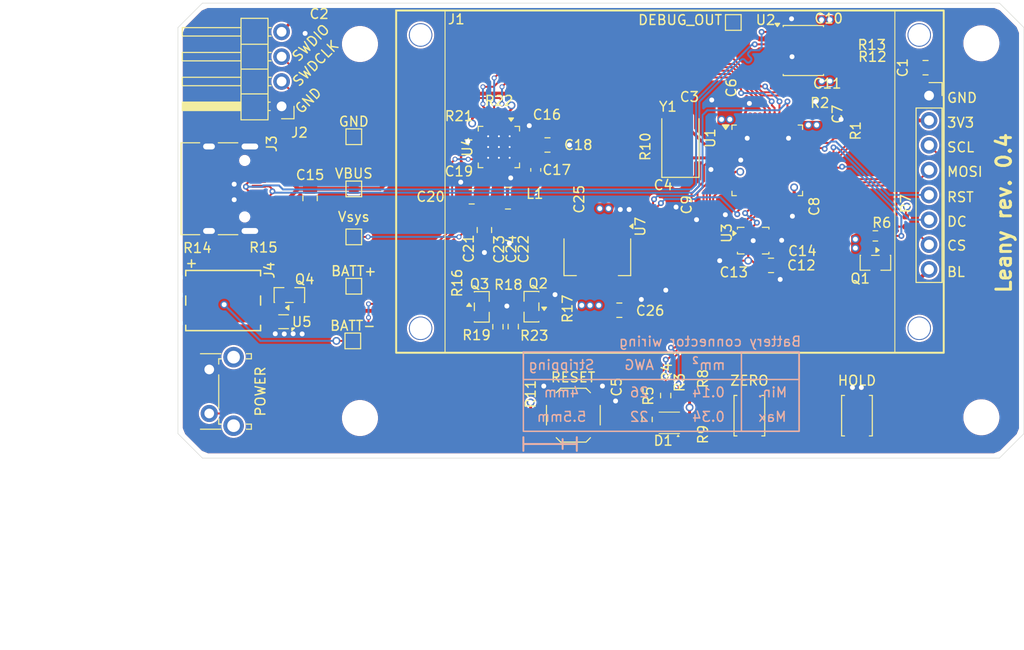
<source format=kicad_pcb>
(kicad_pcb (version 20241229) (generator "pcbnew") (generator_version "9.0")
  (title_block (title "Leany") (date "2026-02-19") (rev "0.4") (comment 1 "CERN Open Hardware Licence Version 2 - Permissive") (comment 2 "Copyright (c) 2026 Gilles Henrard"))
  (layers (0 "F.Cu" signal) (4 "In1.Cu" signal) (6 "In2.Cu" signal) (2 "B.Cu" signal) (13 "F.Paste" user) (15 "B.Paste" user) (5 "F.SilkS" user "F.Silkscreen") (7 "B.SilkS" user "B.Silkscreen") (1 "F.Mask" user) (3 "B.Mask" user) (25 "Edge.Cuts" user))
  (net 0 "")
  (net 1 "+BATT")
  (net 2 "GND")
  (net 3 "+3V3")
  (net 4 "Net-(U1-PD0)")
  (net 5 "Net-(U1-PD1)")
  (net 6 "Net-(U1-NRST)")
  (net 7 "Net-(D1-RK)")
  (net 8 "Net-(D1-GK)")
  (net 9 "Net-(D1-BK)")
  (net 10 "Net-(U7-VI)")
  (net 11 "/DEBUG_SWDIO")
  (net 12 "/ST7735S_RST")
  (net 13 "/ST7735S_CS")
  (net 14 "/ST7735S_SCL")
  (net 15 "/ST7735S_DC")
  (net 16 "/ST7735S_BL")
  (net 17 "/ST7735S_MOSI")
  (net 18 "USB_D+")
  (net 19 "USB_D-")
  (net 20 "BATT_EN")
  (net 21 "Net-(J1-Pin_8)")
  (net 23 "Net-(J3-CC1)")
  (net 24 "Net-(Q2-D)")
  (net 25 "/DEBUG_SWCLK")
  (net 26 "/LED_RED")
  (net 27 "/LED_GREEN")
  (net 28 "/LED_BLUE")
  (net 29 "BATT_VOLT")
  (net 30 "Net-(Q3-G)")
  (net 31 "Net-(Q3-D)")
  (net 32 "Net-(J3-CC2)")
  (net 34 "/IMU_INT2")
  (net 35 "/IMU_CS")
  (net 36 "/IMU_MOSI")
  (net 37 "/IMU_MISO")
  (net 38 "/IMU_SCL")
  (net 39 "/IMU_INT1")
  (net 40 "Net-(U4-PSEL)")
  (net 41 "/FTDI_TX")
  (net 42 "Net-(U1-PB11)")
  (net 44 "/DEBUG_OUT")
  (net 45 "/ZERO_BUTTON")
  (net 46 "/FTDI_RX")
  (net 57 "Net-(U2-TXD)")
  (net 58 "Net-(J4-1_1)")
  (net 59 "Net-(U2-RXD)")
  (net 61 "PGND")
  (net 63 "Net-(U4-BTST)")
  (net 64 "Net-(C17-Pad1)")
  (net 65 "Net-(U4-REGN)")
  (net 66 "Net-(R8-Pad2)")
  (net 67 "CHG_SDA")
  (net 68 "CHG_SCL")
  (net 69 "Net-(U4-~{QON})")
  (net 72 "CHG_INT")
  (footprint "Resistor_SMD:R_0603_1608Metric" (layer "F.Cu") (at 160.885 109.05 180)
    (property "Reference" "R6")
    (property "Value" "18k")
  )
  (footprint "Button_Switch_SMD:SW_Push_SPST_NO_Alps_SKRK" (layer "F.Cu") (at 148 127.435 -90)
    (property "Reference" "SW1")
    (property "Value" "SW_HIGH")
  )
  (footprint "Package_TO_SOT_SMD:SOT-23" (layer "F.Cu") (at 125.7137 116.2892 180)
    (property "Reference" "Q2")
    (property "Value" "AO3400A")
  )
  (footprint "Resistor_SMD:R_0603_1608Metric" (layer "F.Cu") (at 139.4392 125.3716 90)
    (property "Reference" "R4")
    (property "Value" "150R")
  )
  (footprint "leany_footprints:R_0402_1005Metric" (layer "F.Cu") (at 93.9292 110.1344 180)
    (property "Reference" "R14")
    (property "Value" "5k1")
  )
  (footprint "Button_Switch_THT:SW_Tactile_SPST_Angled_PTS645Vx31-2LFS" (layer "F.Cu") (at 92.759802 127.21 90)
    (property "Reference" "SW4")
    (property "Value" "POWER")
  )
  (footprint "leany_footprints:TestPoint_Pad_1.0x1.0mm" (layer "F.Cu") (at 107.5436 98.9076 180)
    (property "Reference" "TP2" (hide yes))
    (property "Value" "GND")
  )
  (footprint "leany_footprints:R_0402_1005Metric" (layer "F.Cu") (at 125.6284 127.6096 -90)
    (property "Reference" "R11")
    (property "Value" "10k")
  )
  (footprint "leany_footprints:R_0402_1005Metric" (layer "F.Cu") (at 157.65 98.55 90)
    (property "Reference" "R1")
    (property "Value" "10k")
  )
  (footprint "leany_footprints:C_0402_1005Metric" (layer "F.Cu") (at 146.127443 95.76 90)
    (property "Reference" "C6")
    (property "Value" "100n")
  )
  (footprint "Resistor_SMD:R_0603_1608Metric" (layer "F.Cu") (at 137.5392 127.8216 90)
    (property "Reference" "R5")
    (property "Value" "150R")
  )
  (footprint "Capacitor_SMD:C_0805_2012Metric" (layer "F.Cu") (at 120.9 108.45 -90)
    (property "Reference" "C21")
    (property "Value" "10u")
  )
  (footprint "Package_LGA:LGA-14_3x2.5mm_P0.5mm_LayoutBorder3x4y" (layer "F.Cu") (at 148.389943 109.535)
    (property "Reference" "U3")
    (property "Value" "ICM-42688-P")
  )
  (footprint "leany_footprints:Crystal_SMD_Abracon_ABM3-2Pin_5.0x3.2mm" (layer "F.Cu") (at 140.9437 99.76 90)
    (property "Reference" "Y1")
    (property "Value" "8MHz")
  )
  (footprint "Package_TO_SOT_SMD:SOT-23" (layer "F.Cu") (at 100.9548 115.097501 90)
    (property "Reference" "Q4")
    (property "Value" "AO3401A")
  )
  (footprint "leany_footprints:C_0402_1005Metric" (layer "F.Cu") (at 123.45 108.08 -90)
    (property "Reference" "C24")
    (property "Value" "1u")
  )
  (footprint "Package_TO_SOT_SMD:SOT-23" (layer "F.Cu") (at 120.6337 116.3044)
    (property "Reference" "Q3")
    (property "Value" "AO3401A")
  )
  (footprint "MountingHole:MountingHole_3.2mm_M3" (layer "F.Cu") (at 171.725 127.6)
    (property "Reference" "H2" (hide yes))
    (property "Value" "MountingHole" (hide yes))
  )
  (footprint "leany_footprints:SW_Push_1P1T_XKB_TS-1187A" (layer "F.Cu") (at 129.9972 127.385)
    (property "Reference" "SW3" (hide yes))
    (property "Value" "SW_LOW")
  )
  (footprint "leany_footprints:R_0402_1005Metric" (layer "F.Cu") (at 143.2052 125.5268 -90)
    (property "Reference" "R8")
    (property "Value" "10k")
  )
  (footprint "leany_footprints:TestPoint_Pad_1.0x1.0mm" (layer "F.Cu") (at 146.3548 87.2236)
    (property "Reference" "TP1" (hide yes))
    (property "Value" "DEBUG_OUT")
  )
  (footprint "leany_footprints:R_0402_1005Metric" (layer "F.Cu") (at 118.1168 116.2028 -90)
    (property "Reference" "R16")
    (property "Value" "10k")
  )
  (footprint "leany_footprints:R_0402_1005Metric" (layer "F.Cu") (at 140.7642 125.9216 90)
    (property "Reference" "R3")
    (property "Value" "220R")
  )
  (footprint "leany_footprints:C_0402_1005Metric" (layer "F.Cu") (at 146.4056 111.6076 180)
    (property "Reference" "C13")
    (property "Value" "100n")
  )
  (footprint "leany_footprints:C_0402_1005Metric" (layer "F.Cu") (at 124.95 96.65)
    (property "Reference" "C16")
    (property "Value" "1u")
  )
  (footprint "leany_footprints:TestPoint_Pad_1.0x1.0mm" (layer "F.Cu") (at 107.5436 109.15)
    (property "Reference" "TP7" (hide yes))
    (property "Value" "Vsys")
  )
  (footprint "Package_SO:JEITA_SOIC-8_3.9x4.9mm_P1.27mm" (layer "F.Cu") (at 153.5212 90.0915)
    (property "Reference" "U2")
    (property "Value" "CH340N")
  )
  (footprint "leany_footprints:C_0402_1005Metric" (layer "F.Cu") (at 153.6192 93.2688 180)
    (property "Reference" "C11")
    (property "Value" "100n")
  )
  (footprint "Capacitor_SMD:C_0805_2012Metric" (layer "F.Cu") (at 134.7 116.65)
    (property "Reference" "C26")
    (property "Value" "10u")
  )
  (footprint "Capacitor_SMD:C_0603_1608Metric" (layer "F.Cu") (at 126.15 102.3 90)
    (property "Reference" "C17")
    (property "Value" "47n")
  )
  (footprint "Inductor_SMD:L_1008_2520Metric" (layer "F.Cu") (at 123.31 105.19 180)
    (property "Reference" "L1")
    (property "Value" "1uH")
  )
  (footprint "Package_TO_SOT_SMD:SOT-23" (layer "F.Cu") (at 160.89 111.8025 -90)
    (property "Reference" "Q1")
    (property "Value" "AO3401A")
  )
  (footprint "leany_footprints:R_0402_1005Metric" (layer "F.Cu") (at 138.43 100.0252 -90)
    (property "Reference" "R10")
    (property "Value" "1M")
  )
  (footprint "leany_footprints:TestPoint_Pad_1.0x1.0mm" (layer "F.Cu") (at 107.5436 114.1984 180)
    (property "Reference" "TP5" (hide yes))
    (property "Value" "BATT+")
  )
  (footprint "Resistor_SMD:R_0603_1608Metric" (layer "F.Cu") (at 122.2824 118.3384 90)
    (property "Reference" "R19")
    (property "Value" "56k")
  )
  (footprint "leany_footprints:TestPoint_Pad_1.0x1.0mm" (layer "F.Cu") (at 107.5436 104.2416)
    (property "Reference" "TP3" (hide yes))
    (property "Value" "VBUS")
  )
  (footprint "leany_footprints:C_0402_1005Metric" (layer "F.Cu") (at 142.6972 105.8672 -90)
    (property "Reference" "C9")
    (property "Value" "100n")
  )
  (footprint "leany_footprints:R_0402_1005Metric" (layer "F.Cu") (at 95.9612 110.1344)
    (property "Reference" "R15")
    (property "Value" "5k1")
  )
  (footprint "leany_footprints:R_0402_1005Metric" (layer "F.Cu") (at 143.2052 127.508 90)
    (property "Reference" "R9")
    (property "Value" "100k")
  )
  (footprint "leany_footprints:C_0402_1005Metric" (layer "F.Cu") (at 124.45 108.08 -90)
    (property "Reference" "C22")
    (property "Value" "22n")
  )
  (footprint "leany_footprints:R_0402_1005Metric" (layer "F.Cu") (at 123.1968 115.0852)
    (property "Reference" "R18")
    (property "Value" "10k")
  )
  (footprint "Capacitor_SMD:C_0805_2012Metric" (layer "F.Cu") (at 150.2156 112.0648)
    (property "Reference" "C12")
    (property "Value" "10u")
  )
  (footprint "Capacitor_SMD:C_0805_2012Metric" (layer "F.Cu") (at 103.0732 105.1916 -90)
    (property "Reference" "C15")
    (property "Value" "22u")
  )
  (footprint "Package_DFN_QFN:UDFN-4-1EP_1x1mm_P0.65mm_EP0.48x0.48mm" (layer "F.Cu") (at 100.362 117.8254 180)
    (property "Reference" "U5")
    (property "Value" "AP6683")
  )
  (footprint "Button_Switch_SMD:SW_Push_SPST_NO_Alps_SKRK" (layer "F.Cu") (at 159 127.435 -90)
    (property "Reference" "SW2")
    (property "Value" "SW_HIGH")
  )
  (footprint "leany_footprints:TestPoint_Pad_1.0x1.0mm" (layer "F.Cu") (at 107.442 119.7864 180)
    (property "Reference" "TP6" (hide yes))
    (property "Value" "BATT-")
  )
  (footprint "MountingHole:MountingHole_3.2mm_M3" (layer "F.Cu") (at 171.725 89.35)
    (property "Reference" "H1" (hide yes))
    (property "Value" "MountingHole" (hide yes))
  )
  (footprint "Connector_PinHeader_2.54mm:PinHeader_1x04_P2.54mm_Horizontal" (layer "F.Cu") (at 100.1588 95.799 180)
    (property "Reference" "J2")
    (property "Value" "SWD")
  )
  (footprint "leany_footprints:ST7735S" (layer "F.Cu") (at 166.375 94.7)
    (property "Reference" "J1")
    (property "Value" "ST7735S")
  )
  (footprint "Capacitor_SMD:C_0805_2012Metric" (layer "F.Cu") (at 127.35 99.75)
    (property "Reference" "C18")
    (property "Value" "4.7u")
  )
  (footprint "leany_footprints:C_0402_1005Metric" (layer "F.Cu") (at 120.05 103.55 180)
    (property "Reference" "C19")
    (property "Value" "100n")
  )
  (footprint "leany_footprints:R_0402_1005Metric" (layer "F.Cu") (at 158.1912 89.4588 180)
    (property "Reference" "R13")
    (property "Value" "4k7")
  )
  (footprint "MountingHole:MountingHole_3.2mm_M3" (layer "F.Cu") (at 108.175 127.675)
    (property "Reference" "H4" (hide yes))
    (property "Value" "MountingHole" (hide yes))
  )
  (footprint "Capacitor_SMD:C_0805_2012Metric" (layer "F.Cu") (at 119.6 105.05 180)
    (property "Reference" "C20")
    (property "Value" "10u")
  )
  (footprint "Package_TO_SOT_SMD:SOT-223-3_TabPin2" (layer "F.Cu") (at 132.45 111.2 -90)
    (property "Reference" "U7")
    (property "Value" "AMS1117-3.3")
  )
  (footprint "leany_footprints:C_0402_1005Metric" (layer "F.Cu") (at 155.832443 97.19 90)
    (property "Reference" "C7")
    (property "Value" "100n")
  )
  (footprint "leany_footprints:R_0402_1005Metric" (layer "F.Cu") (at 122.4 96.4)
    (property "Reference" "R22")
    (property "Value" "4k7")
  )
  (footprint "leany_footprints:C_0402_1005Metric" (layer "F.Cu") (at 134.3222 127.301 -90)
    (property "Reference" "C5")
    (property "Value" "1u")
  )
  (footprint "leany_footprints:C_0402_1005Metric" (layer "F.Cu") (at 153.477443 106.035 -90)
    (property "Reference" "C8")
    (property "Value" "100n")
  )
  (footprint "MountingHole:MountingHole_3.2mm_M3" (layer "F.Cu") (at 108.175 89.425)
    (property "Reference" "H3" (hide yes))
    (property "Value" "MountingHole" (hide yes))
  )
  (footprint "leany_footprints:C_0402_1005Metric" (layer "F.Cu") (at 141.0937 103.635 180)
    (property "Reference" "C4")
    (property "Value" "20p")
  )
  (footprint "Package_QFP:LQFP-48_7x7mm_P0.5mm" (layer "F.Cu") (at 149.827443 101.3225)
    (property "Reference" "U1")
    (property "Value" "STM32F103C8Tx")
  )
  (footprint "leany_footprints:C_0402_1005Metric" (layer "F.Cu") (at 102.58 86.93 -90)
    (property "Reference" "C2")
    (property "Value" "100n")
  )
  (footprint "Capacitor_SMD:C_0805_2012Metric" (layer "F.Cu") (at 166.0144 91.8464)
    (property "Reference" "C1")
    (property "Value" "10u")
  )
  (footprint "leany_footprints:NH-Z1921RGBA-SG" (layer "F.Cu") (at 139.8142 128.1716)
    (property "Reference" "D1")
    (property "Value" "NH-Z1921RGBA-SG")
  )
  (footprint "leany_footprints:C_0402_1005Metric" (layer "F.Cu") (at 131.75 105.7 90)
    (property "Reference" "C25")
    (property "Value" "1u")
  )
  (footprint "leany_footprints:C_0402_1005Metric" (layer "F.Cu") (at 151.0792 110.5916)
    (property "Reference" "C14")
    (property "Value" "100n")
  )
  (footprint "leany_footprints:USB_C_Receptacle_HRO_TYPE-C-31-M-12" (layer "F.Cu") (at 93.785 104.225 -90)
    (property "Reference" "J3")
    (property "Value" "USB C")
  )
  (footprint "leany_footprints:C_0402_1005Metric" (layer "F.Cu") (at 141.9187 95.935 180)
    (property "Reference" "C3")
    (property "Value" "20p")
  )
  (footprint "leany_footprints:R_0402_1005Metric" (layer "F.Cu") (at 164 107.6 -90)
    (property "Reference" "R7")
    (property "Value" "10k")
  )
  (footprint "leany_footprints:C_0402_1005Metric" (layer "F.Cu") (at 153.7112 86.844 180)
    (property "Reference" "C10")
    (property "Value" "100n")
  )
  (footprint "Package_DFN_QFN:Texas_RGE0024H_VQFN-24-1EP_4x4mm_P0.5mm_EP2.7x2.7mm_ThermalVias" (layer "F.Cu") (at 122.3825 99.96 -90)
    (property "Reference" "U4")
    (property "Value" "BQ25619")
  )
  (footprint "leany_footprints:R_0402_1005Metric" (layer "F.Cu") (at 120.4 96.4 180)
    (property "Reference" "R21")
    (property "Value" "4k7")
  )
  (footprint "Resistor_SMD:R_0603_1608Metric" (layer "F.Cu") (at 123.85 118.325 90)
    (property "Reference" "R23")
    (property "Value" "150k")
  )
  (footprint "leany_footprints:C_0402_1005Metric" (layer "F.Cu") (at 122.45 108.08 -90)
    (property "Reference" "C23")
    (property "Value" "100n")
  )
  (footprint "leany_footprints:wago_2059-302_998-403" (layer "F.Cu") (at 94.182857 115.660002 -90)
    (property "Reference" "J4")
    (property "Value" "2059-302/998-403")
  )
  (footprint "leany_footprints:R_0402_1005Metric" (layer "F.Cu") (at 128.1752 116.4568 90)
    (property "Reference" "R17")
    (property "Value" "100k")
  )
  (footprint "leany_footprints:R_0402_1005Metric" (layer "F.Cu") (at 158.1912 90.7288 180)
    (property "Reference" "R12")
    (property "Value" "4k7")
  )
  (footprint "leany_footprints:R_0402_1005Metric" (layer "F.Cu") (at 153.3652 95.3516)
    (property "Reference" "R2")
    (property "Value" "10k")
  )
  (gr_rect (start 124.884781 120.9344) (end 153.084781 129.0344) (stroke (width 0.15)) (fill no) (layer "B.SilkS"))
  (gr_rect (start 124.884781 120.9344) (end 153.084781 123.7344) (stroke (width 0.15)) (fill no) (layer "B.SilkS"))
  (gr_line (start 130.35 129.6344) (end 130.35 131.0344) (stroke (width 0.2)) (layer "B.SilkS"))
  (gr_line (start 124.884781 130.3344) (end 130.35 130.3344) (stroke (width 0.2)) (layer "B.SilkS"))
  (gr_line (start 124.884781 129.6344) (end 124.884781 131.0344) (stroke (width 0.2)) (layer "B.SilkS"))
  (gr_line (start 128.9 129.8344) (end 128.9 130.8344) (stroke (width 0.2)) (layer "B.SilkS"))
  (gr_rect (start 147.184781 120.9344) (end 153.084781 129.0344) (stroke (width 0.15)) (fill no) (layer "B.SilkS"))
  (gr_line (start 173.5728 85.2424) (end 92.0604 85.2424) (stroke (width 0.05)) (layer "Edge.Cuts"))
  (gr_line (start 89.5604 129.2752) (end 92.0604 131.7752) (stroke (width 0.05)) (layer "Edge.Cuts"))
  (gr_line (start 176.0728 87.7424) (end 173.5728 85.2424) (stroke (width 0.05)) (layer "Edge.Cuts"))
  (gr_line (start 176.0728 129.2752) (end 173.5728 131.7752) (stroke (width 0.05)) (layer "Edge.Cuts"))
  (gr_line (start 173.5728 131.7752) (end 92.0604 131.7752) (stroke (width 0.05)) (layer "Edge.Cuts"))
  (gr_line (start 176.0728 87.7424) (end 176.0728 129.2752) (stroke (width 0.05)) (layer "Edge.Cuts"))
  (gr_line (start 89.5604 87.7424) (end 92.0604 85.2424) (stroke (width 0.05)) (layer "Edge.Cuts"))
  (gr_line (start 89.5604 87.7424) (end 89.5604 129.2752) (stroke (width 0.05)) (layer "Edge.Cuts"))
  (gr_text "CS" (at 168.125 110.625 0) (layer "F.SilkS") (effects (font (size 1 1)) (justify left bottom)))
  (gr_text "GND" (at 168.125 95.51675 0) (layer "F.SilkS") (effects (font (size 1 1)) (justify left bottom)))
  (gr_text "Leany rev. ${REVISION}" (at 174.9 115.05 90) (layer "F.SilkS") (effects (font (size 1.5 1.5) (thickness 0.3) (bold yes)) (justify left bottom)))
  (gr_text "RST" (at 168.125 105.675 0) (layer "F.SilkS") (effects (font (size 1 1)) (justify left bottom)))
  (gr_text "MOSI" (at 168.125 103.075 0) (layer "F.SilkS") (effects (font (size 1 1)) (justify left bottom)))
  (gr_text "SWDIO" (at 101.8588 91.424 45) (layer "F.SilkS") (effects (font (size 1 1)) (justify left bottom)))
  (gr_text "SWDCLK" (at 101.9088 93.974 45) (layer "F.SilkS") (effects (font (size 1 1)) (justify left bottom)))
  (gr_text "3V3" (at 168.125 98.05675 0) (layer "F.SilkS") (effects (font (size 1 1)) (justify left bottom)))
  (gr_text "DC" (at 168.125 108.175 0) (layer "F.SilkS") (effects (font (size 1 1)) (justify left bottom)))
  (gr_text "BL" (at 168.125 113.325 0) (layer "F.SilkS") (effects (font (size 1 1)) (justify left bottom)))
  (gr_text "GND" (at 102.1588 96.774 45) (layer "F.SilkS") (effects (font (size 1 1)) (justify left bottom)))
  (gr_text "SCL" (at 168.125 100.575 0) (layer "F.SilkS") (effects (font (size 1 1)) (justify left bottom)))
  (gr_text "5.5mm" (at 131.414285 128.1344 0) (layer "B.SilkS") (effects (font (size 1 1)) (justify left bottom mirror)))
  (gr_text "0.14" (at 145.584781 125.6344 0) (layer "B.SilkS") (effects (font (size 1 1)) (justify left bottom mirror)))
  (gr_text "Max" (at 151.884781 128.1344 0) (layer "B.SilkS") (effects (font (size 1 1)) (justify left bottom mirror)))
  (gr_text "0.34" (at 145.584781 128.1344 0) (layer "B.SilkS") (effects (font (size 1 1)) (justify left bottom mirror)))
  (gr_text "Min." (at 151.956209 125.6344 0) (layer "B.SilkS") (effects (font (size 1 1)) (justify left bottom mirror)))
  (gr_text "26" (at 137.784781 125.6344 0) (layer "B.SilkS") (effects (font (size 1 1)) (justify left bottom mirror)))
  (gr_text "4mm" (at 130.7 125.6344 0) (layer "B.SilkS") (effects (font (size 1 1)) (justify left bottom mirror)))
  (gr_text "Stripping" (at 132.2324 122.8344 0) (layer "B.SilkS") (effects (font (size 1 1)) (justify left bottom mirror)))
  (gr_text "22" (at 137.784781 128.1344 0) (layer "B.SilkS") (effects (font (size 1 1)) (justify left bottom mirror)))
  (gr_text "Battery connector wiring" (at 153.384781 120.4344 0) (layer "B.SilkS") (effects (font (size 1 1)) (justify left bottom mirror)))
  (gr_text "mm²" (at 145.6324 122.8344 0) (layer "B.SilkS") (effects (font (size 1 1)) (justify left bottom mirror)))
  (gr_text "AWG" (at 138.3324 122.8344 0) (layer "B.SilkS") (effects (font (size 1 1)) (justify left bottom mirror)))
  (segment (start 120.55 105.9) (end 109.7372 116.7128) (width 0.4) (layer "F.Cu") (net 1))
  (segment (start 118.6584 117.2544) (end 119.6962 117.2544) (width 0.2) (layer "F.Cu") (net 1))
  (segment (start 109.7372 116.7128) (end 102.582599 116.7128) (width 0.4) (layer "F.Cu") (net 1))
  (segment (start 109.75 116.7128) (end 118.1168 116.7128) (width 0.4) (layer "F.Cu") (net 1))
  (segment (start 109.7436 116.7064) (end 109.75 116.7128) (width 0.4) (layer "F.Cu") (net 1))
  (segment (start 120.55 105.05) (end 120.55 105.9) (width 0.4) (layer "F.Cu") (net 1))
  (segment (start 118.5125 100.76) (end 118.5125 101.427083) (width 0.25) (layer "F.Cu") (net 1))
  (segment (start 119.0625 100.21) (end 118.5125 100.76) (width 0.25) (layer "F.Cu") (net 1))
  (segment (start 118.1168 116.7128) (end 118.6584 117.2544) (width 0.2) (layer "F.Cu") (net 1))
  (segment (start 120.52 102.834583) (end 120.52 103.54) (width 0.25) (layer "F.Cu") (net 1))
  (segment (start 119.6 101.914583) (end 120.52 102.834583) (width 0.25) (layer "F.Cu") (net 1))
  (segment (start 120.42 100.21) (end 119.0625 100.21) (width 0.25) (layer "F.Cu") (net 1))
  (segment (start 102.582599 116.7128) (end 101.9048 116.035001) (width 0.4) (layer "F.Cu") (net 1))
  (segment (start 120.52 103.54) (end 120.53 103.55) (width 0.25) (layer "F.Cu") (net 1))
  (segment (start 119 101.914583) (end 119.6 101.914583) (width 0.25) (layer "F.Cu") (net 1))
  (segment (start 118.5125 101.427083) (end 119 101.914583) (width 0.25) (layer "F.Cu") (net 1))
  (via (at 100.4316 119.0752) (size 0.8) (drill 0.5) (layers "F.Cu" "B.Cu") (net 2))
  (via (at 154.7876 95.3008) (size 0.8) (drill 0.5) (layers "F.Cu" "B.Cu") (net 2))
  (via (at 123.1968 116.2232) (size 0.8) (drill 0.5) (layers "F.Cu" "B.Cu") (net 2))
  (via (at 152.4 107.0356) (size 0.8) (drill 0.5) (layers "F.Cu" "B.Cu") (net 2))
  (via (at 126.9722 124.4092) (size 0.8) (drill 0.5) (layers "F.Cu" "B.Cu") (net 2))
  (via (at 118.48 103.554583) (size 0.8) (drill 0.5) (layers "F.Cu" "B.Cu") (net 2))
  (via (at 144.0688 102.2604) (size 0.8) (drill 0.5) (layers "F.Cu" "B.Cu") (net 2))
  (via (at 136.95 115.55) (size 0.8) (drill 0.5) (layers "F.Cu" "B.Cu") (net 2))
  (via (at 139.45 114.6) (size 0.8) (drill 0.5) (layers "F.Cu" "B.Cu") (net 2))
  (via (at 152.3612 90.724) (size 0.8) (drill 0.5) (layers "F.Cu" "B.Cu") (net 2))
  (via (at 159.45 124.55) (size 0.8) (drill 0.5) (layers "F.Cu" "B.Cu") (net 2))
  (via (at 144.15 95.15) (size 0.8) (drill 0.5) (layers "F.Cu" "B.Cu") (net 2))
  (via (at 148 95.5) (size 0.8) (drill 0.5) (layers "F.Cu" "B.Cu") (net 2))
  (via (at 134.3152 125.9332) (size 0.8) (drill 0.5) (layers "F.Cu" "B.Cu") (net 2))
  (via (at 95.31 105.35) (size 0.8) (drill 0.5) (layers "F.Cu" "B.Cu") (net 2))
  (via (at 147.1168 101.2952) (size 0.8) (drill 0.5) (layers "F.Cu" "B.Cu") (net 2))
  (via (at 99.5116 119.0552) (size 0.8) (drill 0.5) (layers "F.Cu" "B.Cu") (net 2))
  (via (at 128.1244 115.0548) (size 0.8) (drill 0.5) (layers "F.Cu" "B.Cu") (net 2))
  (via (at 140.5 106.1) (size 0.8) (drill 0.5) (layers "F.Cu" "B.Cu") (net 2))
  (via (at 123.59 103.12) (size 0.8) (drill 0.5) (layers "F.Cu" "B.Cu") (net 2))
  (via (at 101.3404 119.0552) (size 0.8) (drill 0.5) (layers "F.Cu" "B.Cu") (net 2))
  (via (at 135.7 106.35) (size 0.8) (drill 0.5) (layers "F.Cu" "B.Cu") (net 2))
  (via (at 95.31 103.76) (size 0.8) (drill 0.5) (layers "F.Cu" "B.Cu") (net 2))
  (via (at 145.542 106.8832) (size 0.8) (drill 0.5) (layers "F.Cu" "B.Cu") (net 2))
  (via (at 102.5652 88.34) (size 0.8) (drill 0.5) (layers "F.Cu" "B.Cu") (net 2))
  (via (at 157.3784 97.1296) (size 0.8) (drill 0.5) (layers "F.Cu" "B.Cu") (net 2))
  (via (at 144.962443 111.58) (size 0.8) (drill 0.5) (layers "F.Cu" "B.Cu") (net 2))
  (via (at 147.7772 99.06) (size 0.8) (drill 0.5) (layers "F.Cu" "B.Cu") (net 2))
  (via (at 102.2604 119.0752) (size 0.8) (drill 0.5) (layers "F.Cu" "B.Cu") (net 2))
  (via (at 125.49 97.774583) (size 0.8) (drill 0.5) (layers "F.Cu" "B.Cu") (net 2))
  (via (at 148.389943 109.535) (size 0.8) (drill 0.5) (layers "F.Cu" "B.Cu") (net 2))
  (via (at 129.6 99.75) (size 0.8) (drill 0.5) (layers "F.Cu" "B.Cu") (net 2))
  (via (at 158.54 124.55) (size 0.8) (drill 0.5) (layers "F.Cu" "B.Cu") (net 2))
  (via (at 120.9 110.75) (size 0.8) (drill 0.5) (layers "F.Cu" "B.Cu") (net 2))
  (via (at 119.2 99.4) (size 0.8) (drill 0.5) (layers "F.Cu" "B.Cu") (net 2))
  (via (at 142.5956 107.3912) (size 0.8) (drill 0.5) (layers "F.Cu" "B.Cu") (net 2))
  (via (at 151.3 109.5) (size 0.8) (drill 0.5) (layers "F.Cu" "B.Cu") (net 2))
  (via (at 151.15 113.5) (size 0.8) (drill 0.5) (layers "F.Cu" "B.Cu") (net 2))
  (via (at 132.9722 124.4092) (size 0.8) (drill 0.5) (layers "F.Cu" "B.Cu") (net 2))
  (via (at 134.8 106.35) (size 0.8) (drill 0.5) (layers "F.Cu" "B.Cu") (net 2))
  (via (at 152.3112 86.844) (size 0.8) (drill 0.5) (layers "F.Cu" "B.Cu") (net 2))
  (via (at 123.45 109.8) (size 0.8) (drill 0.5) (layers "F.Cu" "B.Cu") (net 2))
  (via (at 152.002443 99.06) (size 0.8) (drill 0.5) (layers "F.Cu" "B.Cu") (net 2))
  (segment (start 141.8844 125.4252) (end 142.3096 125) (width 0.3) (layer "F.Cu") (net 3))
  (segment (start 100.1588 88.1568) (end 101.8656 86.45) (width 0.3) (layer "F.Cu") (net 3))
  (segment (start 119.89 96.81) (end 119.89 96.4) (width 0.25) (layer "F.Cu") (net 3))
  (segment (start 142.3096 125) (end 143.1884 125) (width 0.3) (layer "F.Cu") (net 3))
  (segment (start 147.877443 111.585) (end 148.252443 111.585) (width 0.2) (layer "F.Cu") (net 3))
  (segment (start 164 106.15) (end 164 107.09) (width 0.2) (layer "F.Cu") (net 3))
  (segment (start 146.8856 111.6076) (end 146.9082 111.585) (width 0.2) (layer "F.Cu") (net 3))
  (segment (start 146.5834 102.489) (end 146.4874 102.585) (width 0.2) (layer "F.Cu") (net 3))
  (segment (start 119.65 97.05) (end 119.89 96.81) (width 0.25) (layer "F.Cu") (net 3))
  (segment (start 141.8844 126.5936) (end 141.8844 125.4252) (width 0.3) (layer "F.Cu") (net 3))
  (segment (start 122.93 96.38) (end 122.91 96.4) (width 0.25) (layer "F.Cu") (net 3))
  (segment (start 148.732243 112.0648) (end 149.2656 112.0648) (width 0.2) (layer "F.Cu") (net 3))
  (segment (start 141.4328 128.7216) (end 140.6642 128.7216) (width 0.3) (layer "F.Cu") (net 3))
  (segment (start 153.472443 105.555) (end 152.577443 104.66) (width 0.3) (layer "F.Cu") (net 3))
  (segment (start 146.4874 102.585) (end 145.677443 102.585) (width 0.2) (layer "F.Cu") (net 3))
  (segment (start 152.577443 104.085) (end 152.577443 105.485) (width 0.3) (layer "F.Cu") (net 3))
  (segment (start 145.664943 102.5725) (end 144.768631 102.5725) (width 0.2) (layer "F.Cu") (net 3))
  (segment (start 164.7024 97.24) (end 166.375 97.24) (width 0.4) (layer "F.Cu") (net 3))
  (segment (start 119.65 97.55) (end 119.65 97.05) (width 0.25) (layer "F.Cu") (net 3))
  (segment (start 164.1 106.05) (end 164 106.15) (width 0.2) (layer "F.Cu") (net 3))
  (segment (start 163.75 93.1608) (end 163.75 96.2876) (width 0.4) (layer "F.Cu") (net 3))
  (segment (start 147.066 102.489) (end 146.5834 102.489) (width 0.2) (layer "F.Cu") (net 3))
  (segment (start 147.877443 111.06) (end 147.889943 111.0475) (width 0.2) (layer "F.Cu") (net 3))
  (segment (start 147.877443 111.585) (end 147.877443 111.06) (width 0.2) (layer "F.Cu") (net 3))
  (segment (start 152.577443 104.66) (end 152.577443 104.085) (width 0.3) (layer "F.Cu") (net 3))
  (segment (start 146.9082 111.585) (end 147.877443 111.585) (width 0.2) (layer "F.Cu") (net 3))
  (segment (start 123.37 96.38) (end 122.93 96.38) (width 0.25) (layer "F.Cu") (net 3))
  (segment (start 163.75 96.2876) (end 164.7024 97.24) (width 0.4) (layer "F.Cu") (net 3))
  (segment (start 145.677443 102.585) (end 145.664943 102.5725) (width 0.2) (layer "F.Cu") (net 3))
  (segment (start 141.8844 126.5936) (end 141.8844 128.27) (width 0.3) (layer "F.Cu") (net 3))
  (segment (start 144.768631 102.5725) (end 142.6972 104.643931) (width 0.2) (layer "F.Cu") (net 3))
  (segment (start 142.6972 104.643931) (end 142.6972 105.3872) (width 0.2) (layer "F.Cu") (net 3))
  (segment (start 101.8656 86.45) (end 102.58 86.45) (width 0.3) (layer "F.Cu") (net 3))
  (segment (start 123.67 96.08) (end 123.37 96.38) (width 0.25) (layer "F.Cu") (net 3))
  (segment (start 100.1588 88.179) (end 100.1588 88.1568) (width 0.3) (layer "F.Cu") (net 3))
  (segment (start 143.1884 125) (end 143.2052 125.0168) (width 0.3) (layer "F.Cu") (net 3))
  (segment (start 125.6284 126.0856) (end 125.6284 127.0996) (width 0.3) (layer "F.Cu") (net 3))
  (segment (start 123.67 95.7) (end 123.67 96.08) (width 0.25) (layer "F.Cu") (net 3))
  (segment (start 141.8844 128.27) (end 141.4328 128.7216) (width 0.3) (layer "F.Cu") (net 3))
  (segment (start 153.477443 105.555) (end 153.472443 105.555) (width 0.2) (layer "F.Cu") (net 3))
  (segment (start 165.0644 91.8464) (end 163.75 93.1608) (width 0.4) (layer "F.Cu") (net 3))
  (segment (start 147.889943 111.0475) (end 147.889943 110.4475) (width 0.2) (layer "F.Cu") (net 3))
  (segment (start 148.252443 111.585) (end 148.732243 112.0648) (width 0.2) (layer "F.Cu") (net 3))
  (via (at 154.877443 97.71) (size 0.8) (drill 0.5) (layers "F.Cu" "B.Cu") (net 3))
  (via (at 158.84 110.3) (size 0.8) (drill 0.5) (layers "F.Cu" "B.Cu") (net 3))
  (via (at 125.6284 126.0856) (size 0.8) (drill 0.5) (layers "F.Cu" "B.Cu") (net 3))
  (via (at 156.2312 86.944) (size 0.8) (drill 0.5) (layers "F.Cu" "B.Cu") (net 3))
  (via (at 141.8844 126.5936) (size 0.8) (drill 0.5) (layers "F.Cu" "B.Cu") (net 3))
  (via (at 147.066 102.489) (size 0.8) (drill 0.5) (layers "F.Cu" "B.Cu") (net 3))
  (via (at 119.65 97.55) (size 0.8) (drill 0.5) (layers "F.Cu" "B.Cu") (net 3))
  (via (at 154.027443 97.71) (size 0.8) (drill 0.5) (layers "F.Cu" "B.Cu") (net 3))
  (via (at 133.6 106.25) (size 0.8) (drill 0.5) (layers "F.Cu" "B.Cu") (net 3))
  (via (at 156.2412 93.214) (size 0.8) (drill 0.5) (layers "F.Cu" "B.Cu") (net 3))
  (via (at 132.7 106.25) (size 0.8) (drill 0.5) (layers "F.Cu" "B.Cu") (net 3))
  (via (at 152.577443 104.085) (size 0.8) (drill 0.5) (layers "F.Cu" "B.Cu") (net 3))
  (via (at 158.84 109.39) (size 0.8) (drill 0.5) (layers "F.Cu" "B.Cu") (net 3))
  (via (at 155.3812 86.944) (size 0.8) (drill 0.5) (layers "F.Cu" "B.Cu") (net 3))
  (via (at 146.002443 97.135) (size 0.8) (drill 0.5) (layers "F.Cu" "B.Cu") (net 3))
  (via (at 164.1 106.05) (size 0.8) (drill 0.5) (layers "F.Cu" "B.Cu") (net 3))
  (via (at 145.152443 97.135) (size 0.8) (drill 0.5) (layers "F.Cu" "B.Cu") (net 3))
  (via (at 131.7 116.15) (size 0.8) (drill 0.5) (layers "F.Cu" "B.Cu") (net 3))
  (via (at 147.877443 111.585) (size 0.8) (drill 0.5) (layers "F.Cu" "B.Cu") (net 3))
  (via (at 155.3912 93.214) (size 0.8) (drill 0.5) (layers "F.Cu" "B.Cu") (net 3))
  (via (at 130.85 116.15) (size 0.8) (drill 0.5) (layers "F.Cu" "B.Cu") (net 3))
  (via (at 123.67 95.7) (size 0.8) (drill 0.5) (layers "F.Cu" "B.Cu") (net 3))
  (via (at 132.6 116.15) (size 0.8) (drill 0.5) (layers "F.Cu" "B.Cu") (net 3))
  (segment (start 141.4387 96.265) (end 140.9437 96.76) (width 0.2) (layer "F.Cu") (net 4))
  (segment (start 140.9437 97.71) (end 139.0687 97.71) (width 0.3) (layer "F.Cu") (net 4))
  (segment (start 140.9437 96.76) (end 140.9437 97.71) (width 0.2) (layer "F.Cu") (net 4))
  (segment (start 141.452443 97.71) (end 144.314943 100.5725) (width 0.3) (layer "F.Cu") (net 4))
  (segment (start 138.4437 98.335) (end 138.4437 99.5015) (width 0.3) (layer "F.Cu") (net 4))
  (segment (start 144.314943 100.5725) (end 145.664943 100.5725) (width 0.3) (layer "F.Cu") (net 4))
  (segment (start 140.9437 97.71) (end 141.452443 97.71) (width 0.3) (layer "F.Cu") (net 4))
  (segment (start 141.4387 95.935) (end 141.4387 96.265) (width 0.2) (layer "F.Cu") (net 4))
  (segment (start 138.4437 99.5015) (end 138.43 99.5152) (width 0.3) (layer "F.Cu") (net 4))
  (segment (start 139.0687 97.71) (end 138.4437 98.335) (width 0.3) (layer "F.Cu") (net 4))
  (segment (start 138.43 101.1463) (end 138.43 100.5352) (width 0.3) (layer "F.Cu") (net 5))
  (segment (start 140.9437 102.985) (end 140.6137 103.315) (width 0.3) (layer "F.Cu") (net 5))
  (segment (start 140.9437 101.81) (end 139.0937 101.81) (width 0.3) (layer "F.Cu") (net 5))
  (segment (start 141.6812 101.0725) (end 145.664943 101.0725) (width 0.3) (layer "F.Cu") (net 5))
  (segment (start 139.0937 101.81) (end 138.43 101.1463) (width 0.3) (layer "F.Cu") (net 5))
  (segment (start 140.6137 103.315) (end 140.6137 103.635) (width 0.3) (layer "F.Cu") (net 5))
  (segment (start 140.9437 101.81) (end 140.9437 102.985) (width 0.3) (layer "F.Cu") (net 5))
  (segment (start 138.4437 100.5215) (end 138.4437 100.47) (width 0.3) (layer "F.Cu") (net 5))
  (segment (start 140.9437 101.81) (end 141.6812 101.0725) (width 0.3) (layer "F.Cu") (net 5))
  (segment (start 138.43 100.5352) (end 138.4437 100.5215) (width 0.3) (layer "F.Cu") (net 5))
  (segment (start 135.0662 124.5218) (end 142.9832 116.6048) (width 0.2) (layer "F.Cu") (net 6))
  (segment (start 143.3576 101.854) (end 143.7132 101.4984) (width 0.2) (layer "F.Cu") (net 6))
  (segment (start 142.0876 105.05925) (end 142.0876 104.718959) (width 0.2) (layer "F.Cu") (net 6))
  (segment (start 142.9832 108.7694) (end 141.8844 107.6706) (width 0.2) (layer "F.Cu") (net 6))
  (segment (start 142.0862 106.8846) (end 142.0862 106.02065) (width 0.2) (layer "F.Cu") (net 6))
  (segment (start 134.3222 127.781) (end 134.4486 127.781) (width 0.3) (layer "F.Cu") (net 6))
  (segment (start 125.6284 128.8422) (end 125.6284 128.1196) (width 0.2) (layer "F.Cu") (net 6))
  (segment (start 142.0862 105.71375) (end 142.0862 105.06065) (width 0.2) (layer "F.Cu") (net 6))
  (segment (start 132.9972 129.226) (end 126.0122 129.226) (width 0.2) (layer "F.Cu") (net 6))
  (segment (start 141.8844 107.0864) (end 142.0862 106.8846) (width 0.2) (layer "F.Cu") (net 6))
  (segment (start 142.0862 106.02065) (end 142.0876 106.01925) (width 0.2) (layer "F.Cu") (net 6))
  (segment (start 142.0876 104.718959) (end 143.3576 103.448959) (width 0.2) (layer "F.Cu") (net 6))
  (segment (start 142.0876 105.71515) (end 142.0862 105.71375) (width 0.2) (layer "F.Cu") (net 6))
  (segment (start 126.0122 129.226) (end 125.6284 128.8422) (width 0.2) (layer "F.Cu") (net 6))
  (segment (start 142.0862 105.06065) (end 142.0876 105.05925) (width 0.2) (layer "F.Cu") (net 6))
  (segment (start 143.7132 101.4984) (end 144.7292 101.4984) (width 0.2) (layer "F.Cu") (net 6))
  (segment (start 141.8844 107.6706) (end 141.8844 107.0864) (width 0.2) (layer "F.Cu") (net 6))
  (segment (start 132.9972 129.106) (end 134.3222 127.781) (width 0.2) (layer "F.Cu") (net 6))
  (segment (start 144.7292 101.4984) (end 144.8033 101.5725) (width 0.2) (layer "F.Cu") (net 6))
  (segment (start 144.8033 101.5725) (end 145.664943 101.5725) (width 0.2) (layer "F.Cu") (net 6))
  (segment (start 142.0876 106.01925) (end 142.0876 105.71515) (width 0.2) (layer "F.Cu") (net 6))
  (segment (start 142.9832 116.6048) (end 142.9832 108.7694) (width 0.2) (layer "F.Cu") (net 6))
  (segment (start 135.0662 127.1634) (end 135.0662 124.5218) (width 0.2) (layer "F.Cu") (net 6))
  (segment (start 134.4486 127.781) (end 135.0662 127.1634) (width 0.2) (layer "F.Cu") (net 6))
  (segment (start 143.3576 103.448959) (end 143.3576 101.854) (width 0.2) (layer "F.Cu") (net 6))
  (segment (start 140.6642 126.9966) (end 140.7642 126.8966) (width 0.2) (layer "F.Cu") (net 7))
  (segment (start 140.6642 127.6216) (end 140.6642 126.9966) (width 0.2) (layer "F.Cu") (net 7))
  (segment (start 140.7642 126.8966) (end 140.7642 126.4316) (width 0.2) (layer "F.Cu") (net 7))
  (segment (start 138.9642 127.1716) (end 139.4392 126.6966) (width 0.2) (layer "F.Cu") (net 8))
  (segment (start 138.9642 127.6216) (end 138.9642 127.1716) (width 0.2) (layer "F.Cu") (net 8))
  (segment (start 139.4392 126.6966) (end 139.4392 126.1966) (width 0.2) (layer "F.Cu") (net 8))
  (segment (start 138.9642 128.7216) (end 138.2892 128.7216) (width 0.2) (layer "F.Cu") (net 9))
  (segment (start 138.2142 128.6466) (end 137.5392 128.6466) (width 0.2) (layer "F.Cu") (net 9))
  (segment (start 138.2892 128.7216) (end 138.2142 128.6466) (width 0.2) (layer "F.Cu") (net 9))
  (segment (start 118.3 109.15) (end 119.95 107.5) (width 0.2) (layer "F.Cu") (net 10))
  (segment (start 124.45 107.6) (end 124.4708 107.5792) (width 0.2) (layer "F.Cu") (net 10))
  (segment (start 109 109.15) (end 107.5436 109.15) (width 0.2) (layer "F.Cu") (net 10))
  (segment (start 119.95 107.5) (end 120.9 107.5) (width 0.2) (layer "F.Cu") (net 10))
  (via (at 118.3 109.15) (size 0.5) (drill 0.3) (layers "F.Cu" "B.Cu") (net 10))
  (via (at 109 109.15) (size 0.5) (drill 0.3) (layers "F.Cu" "B.Cu") (net 10))
  (segment (start 118.3 109.15) (end 109 109.15) (width 0.2) (layer "B.Cu") (net 10))
  (segment (start 159.2116 97.993119) (end 158.142719 99.062) (width 0.2) (layer "F.Cu") (net 11))
  (segment (start 158.142719 99.062) (end 157.652 99.062) (width 0.2) (layer "F.Cu") (net 11))
  (segment (start 159.2116 94.9496) (end 159.2116 97.993119) (width 0.2) (layer "F.Cu") (net 11))
  (segment (start 155.453057 99.5435) (end 155.424057 99.5725) (width 0.2) (layer "F.Cu") (net 11))
  (segment (start 103.9618 94.522) (end 118.714138 94.522) (width 0.2) (layer "F.Cu") (net 11))
  (segment (start 118.714138 94.522) (end 121.764138 91.472) (width 0.2) (layer "F.Cu") (net 11))
  (segment (start 157.652 99.062) (end 157.65 99.06) (width 0.2) (layer "F.Cu") (net 11))
  (segment (start 100.1588 90.719) (end 103.9618 94.522) (width 0.2) (layer "F.Cu") (net 11))
  (segment (start 156.1837 99.5435) (end 155.453057 99.5435) (width 0.2) (layer "F.Cu") (net 11))
  (segment (start 158.6252 94.3632) (end 159.2116 94.9496) (width 0.2) (layer "F.Cu") (net 11))
  (segment (start 121.764138 91.472) (end 146.4376 91.472) (width 0.2) (layer "F.Cu") (net 11))
  (segment (start 155.424057 99.5725) (end 153.989943 99.5725) (width 0.2) (layer "F.Cu") (net 11))
  (segment (start 157.648 99.062) (end 156.6652 99.062) (width 0.2) (layer "F.Cu") (net 11))
  (segment (start 157.65 99.06) (end 157.648 99.062) (width 0.2) (layer "F.Cu") (net 11))
  (segment (start 149.3288 94.3632) (end 158.6252 94.3632) (width 0.2) (layer "F.Cu") (net 11))
  (segment (start 156.6652 99.062) (end 156.1837 99.5435) (width 0.2) (layer "F.Cu") (net 11))
  (segment (start 146.4376 91.472) (end 149.3288 94.3632) (width 0.2) (layer "F.Cu") (net 11))
  (segment (start 155.702 100.1445) (end 155.63 100.0725) (width 0.2) (layer "F.Cu") (net 12))
  (segment (start 155.63 100.0725) (end 153.989943 100.0725) (width 0.2) (layer "F.Cu") (net 12))
  (via (at 155.702 100.1445) (size 0.6) (drill 0.3) (layers "F.Cu" "B.Cu") (net 12))
  (segment (start 156.3535 99.399) (end 156.851386 99.399) (width 0.2) (layer "B.Cu") (net 12))
  (segment (start 155.702 100.051913) (end 156.001443 99.75247) (width 0.2) (layer "B.Cu") (net 12))
  (segment (start 162.312443 104.86) (end 166.375 104.86) (width 0.2) (layer "B.Cu") (net 12))
  (segment (start 156.001443 99.75247) (end 156.001443 99.751057) (width 0.2) (layer "B.Cu") (net 12))
  (segment (start 156.851386 99.399) (end 157.202386 99.75) (width 0.2) (layer "B.Cu") (net 12))
  (segment (start 157.202386 99.75) (end 157.202443 99.75) (width 0.2) (layer "B.Cu") (net 12))
  (segment (start 155.702 100.1445) (end 155.702 100.051913) (width 0.2) (layer "B.Cu") (net 12))
  (segment (start 156.001443 99.751057) (end 156.3535 99.399) (width 0.2) (layer "B.Cu") (net 12))
  (segment (start 157.202443 99.75) (end 162.312443 104.86) (width 0.2) (layer "B.Cu") (net 12))
  (segment (start 153.989943 104.0725) (end 155.5775 104.0725) (width 0.2) (layer "F.Cu") (net 13))
  (segment (start 163.05 104.5) (end 163.05 107.9) (width 0.2) (layer "F.Cu") (net 13))
  (segment (start 162.4505 103.9005) (end 163.05 104.5) (width 0.2) (layer "F.Cu") (net 13))
  (segment (start 155.5775 104.0725) (end 155.7495 103.9005) (width 0.2) (layer "F.Cu") (net 13))
  (segment (start 163.05 107.9) (end 163.26 108.11) (width 0.2) (layer "F.Cu") (net 13))
  (segment (start 164.53 108.11) (end 166.36 109.94) (width 0.2) (layer "F.Cu") (net 13))
  (segment (start 164 108.11) (end 164.53 108.11) (width 0.2) (layer "F.Cu") (net 13))
  (segment (start 166.36 109.94) (end 166.375 109.94) (width 0.2) (layer "F.Cu") (net 13))
  (segment (start 155.7495 103.9005) (end 162.4505 103.9005) (width 0.2) (layer "F.Cu") (net 13))
  (segment (start 163.26 108.11) (end 164 108.11) (width 0.2) (layer "F.Cu") (net 13))
  (segment (start 167.65 101.055) (end 167.65 102.9) (width 0.2) (layer "F.Cu") (net 14))
  (segment (start 167.65 102.9) (end 166.9775 103.5725) (width 0.2) (layer "F.Cu") (net 14))
  (segment (start 166.9775 103.5725) (end 153.989943 103.5725) (width 0.2) (layer "F.Cu") (net 14))
  (segment (start 166.375 99.78) (end 167.65 101.055) (width 0.2) (layer "F.Cu") (net 14))
  (segment (start 156.602443 100.497557) (end 156.3555 100.7445) (width 0.2) (layer "F.Cu") (net 15))
  (segment (start 156.3555 100.7445) (end 155.2275 100.7445) (width 0.2) (layer "F.Cu") (net 15))
  (segment (start 155.0555 100.5725) (end 153.989943 100.5725) (width 0.2) (layer "F.Cu") (net 15))
  (segment (start 155.2275 100.7445) (end 155.0555 100.5725) (width 0.2) (layer "F.Cu") (net 15))
  (segment (start 156.602443 100) (end 156.602443 100.497557) (width 0.2) (layer "F.Cu") (net 15))
  (via (at 156.602443 100) (size 0.6) (drill 0.3) (layers "F.Cu" "B.Cu") (net 15))
  (segment (start 164.35 107.4) (end 166.375 107.4) (width 0.2) (layer "B.Cu") (net 15))
  (segment (start 156.602443 100) (end 156.95 100) (width 0.2) (layer "B.Cu") (net 15))
  (segment (start 156.95 100) (end 164.35 107.4) (width 0.2) (layer "B.Cu") (net 15))
  (segment (start 157.38 102.0725) (end 157.48 101.9725) (width 0.2) (layer "F.Cu") (net 16))
  (segment (start 161.71 109.05) (end 161.71 109.74) (width 0.2) (layer "F.Cu") (net 16))
  (segment (start 163.54 109.05) (end 161.71 109.05) (width 0.2) (layer "F.Cu") (net 16))
  (segment (start 153.989943 102.0725) (end 157.38 102.0725) (width 0.2) (layer "F.Cu") (net 16))
  (segment (start 161.84 109.87) (end 161.84 110.865) (width 0.2) (layer "F.Cu") (net 16))
  (segment (start 161.71 109.74) (end 161.84 109.87) (width 0.2) (layer "F.Cu") (net 16))
  (via (at 163.54 109.05) (size 0.6) (drill 0.3) (layers "F.Cu" "B.Cu") (net 16))
  (via (at 157.48 101.9725) (size 0.6) (drill 0.3) (layers "F.Cu" "B.Cu") (net 16))
  (segment (start 163.54 107.053862) (end 158.458638 101.9725) (width 0.2) (layer "B.Cu") (net 16))
  (segment (start 158.458638 101.9725) (end 157.48 101.9725) (width 0.2) (layer "B.Cu") (net 16))
  (segment (start 163.54 109.05) (end 163.54 107.053862) (width 0.2) (layer "B.Cu") (net 16))
  (segment (start 165.4505 103.2445) (end 166.375 102.32) (width 0.2) (layer "F.Cu") (net 17))
  (segment (start 155.1725 102.5725) (end 155.8445 103.2445) (width 0.2) (layer "F.Cu") (net 17))
  (segment (start 155.8445 103.2445) (end 165.4505 103.2445) (width 0.2) (layer "F.Cu") (net 17))
  (segment (start 153.989943 102.5725) (end 155.1725 102.5725) (width 0.2) (layer "F.Cu") (net 17))
  (segment (start 98.905 103.975) (end 97.83 103.975) (width 0.2) (layer "F.Cu") (net 18))
  (segment (start 149.2504 88.1865) (end 150.8712 88.1865) (width 0.2) (layer "F.Cu") (net 18))
  (segment (start 150.8137 88.244) (end 150.8712 88.1865) (width 0.2) (layer "F.Cu") (net 18))
  (segment (start 99.22 104.29) (end 98.905 103.975) (width 0.2) (layer "F.Cu") (net 18))
  (segment (start 99.22 104.49) (end 99.22 104.67) (width 0.2) (layer "F.Cu") (net 18))
  (segment (start 98.915 104.975) (end 97.83 104.975) (width 0.2) (layer "F.Cu") (net 18))
  (segment (start 99.22 104.67) (end 98.915 104.975) (width 0.2) (layer "F.Cu") (net 18))
  (segment (start 99.22 104.49) (end 99.22 104.29) (width 0.2) (layer "F.Cu") (net 18))
  (via (at 99.22 104.49) (size 0.6) (drill 0.3) (layers "F.Cu" "B.Cu") (net 18))
  (via (at 149.2504 88.1865) (size 0.6) (drill 0.3) (layers "F.Cu" "B.Cu") (net 18))
  (segment (start 146.009416 92.191784) (end 146.103909 92.107109) (width 0.2) (layer "B.Cu") (net 18))
  (segment (start 99.358 104.628) (end 142.185862 104.628) (width 0.2) (layer "B.Cu") (net 18))
  (segment (start 142.185862 104.628) (end 142.8772 103.936662) (width 0.2) (layer "B.Cu") (net 18))
  (segment (start 146.174355 92.026845) (end 146.268855 91.942168) (width 0.2) (layer "B.Cu") (net 18))
  (segment (start 146.104478 92.096722) (end 146.174355 92.026845) (width 0.2) (layer "B.Cu") (net 18))
  (segment (start 148.9925 90.0575) (end 149.2504 89.7996) (width 0.2) (layer "B.Cu") (net 18))
  (segment (start 142.8772 95.324) (end 146.009416 92.191784) (width 0.2) (layer "B.Cu") (net 18))
  (segment (start 99.22 104.49) (end 99.358 104.628) (width 0.2) (layer "B.Cu") (net 18))
  (segment (start 149.2504 89.7996) (end 149.2504 88.1865) (width 0.2) (layer "B.Cu") (net 18))
  (segment (start 146.269425 91.931775) (end 147.16266 91.03854) (width 0.2) (layer "B.Cu") (net 18))
  (segment (start 148.050932 91.247989) (end 148.135784 91.163136) (width 0.2) (layer "B.Cu") (net 18))
  (segment (start 148.135784 90.823724) (end 147.926334 90.614274) (width 0.2) (layer "B.Cu") (net 18))
  (segment (start 147.502071 91.03854) (end 147.71152 91.247989) (width 0.2) (layer "B.Cu") (net 18))
  (segment (start 147.926334 90.274862) (end 148.011188 90.190011) (width 0.2) (layer "B.Cu") (net 18))
  (segment (start 148.011188 90.190011) (end 148.1437 90.0575) (width 0.2) (layer "B.Cu") (net 18))
  (segment (start 146.268855 91.942168) (end 146.269425 91.931775) (width 0.2) (layer "B.Cu") (net 18))
  (segment (start 148.704789 90.0575) (end 148.9925 90.0575) (width 0.2) (layer "B.Cu") (net 18))
  (segment (start 146.103909 92.107109) (end 146.104478 92.096722) (width 0.2) (layer "B.Cu") (net 18))
  (segment (start 99.22 104.49) (end 99.26 104.45) (width 0.2) (layer "B.Cu") (net 18))
  (segment (start 142.8772 103.936662) (end 142.8772 95.324) (width 0.2) (layer "B.Cu") (net 18))
  (segment (start 148.1437 90.0575) (end 148.704789 90.0575) (width 0.2) (layer "B.Cu") (net 18))
  (arc (start 147.71152 91.247989) (mid 147.881226 91.318284) (end 148.050932 91.247989) (width 0.2) (layer "B.Cu") (net 18))
  (arc (start 147.926334 90.614274) (mid 147.856039 90.444568) (end 147.926334 90.274862) (width 0.2) (layer "B.Cu") (net 18))
  (arc (start 148.135784 91.163136) (mid 148.206079 90.99343) (end 148.135784 90.823724) (width 0.2) (layer "B.Cu") (net 18))
  (arc (start 147.16266 91.03854) (mid 147.332365 90.968246) (end 147.502071 91.03854) (width 0.2) (layer "B.Cu") (net 18))
  (segment (start 96.795 104.475) (end 97.83 104.475) (width 0.2) (layer "F.Cu") (net 19))
  (segment (start 148.55 89.4565) (end 150.8712 89.4565) (width 0.2) (layer "F.Cu") (net 19))
  (segment (start 96.51 103.81) (end 96.845 103.475) (width 0.2) (layer "F.Cu") (net 19))
  (segment (start 96.51 104.02) (end 96.51 104.19) (width 0.2) (layer "F.Cu") (net 19))
  (segment (start 96.51 104.02) (end 96.51 103.81) (width 0.2) (layer "F.Cu") (net 19))
  (segment (start 96.845 103.475) (end 97.83 103.475) (width 0.2) (layer "F.Cu") (net 19))
  (segment (start 96.51 104.19) (end 96.795 104.475) (width 0.2) (layer "F.Cu") (net 19))
  (via (at 148.55 89.4565) (size 0.6) (drill 0.3) (layers "F.Cu" "B.Cu") (net 19))
  (via (at 96.51 104.02) (size 0.6) (drill 0.3) (layers "F.Cu" "B.Cu") (net 19))
  (segment (start 142.5492 103.8008) (end 142.05 104.3) (width 0.2) (layer "B.Cu") (net 19))
  (segment (start 142.5492 95.188138) (end 142.5492 103.8008) (width 0.2) (layer "B.Cu") (net 19))
  (segment (start 99.889 103.889) (end 98.311 103.889) (width 0.2) (layer "B.Cu") (net 19))
  (segment (start 146.471209 91.262589) (end 146.471209 91.266129) (width 0.2) (layer "B.Cu") (net 19))
  (segment (start 142.05 104.3) (end 100.3 104.3) (width 0.2) (layer "B.Cu") (net 19))
  (segment (start 98.311 103.889) (end 98.18 104.02) (width 0.2) (layer "B.Cu") (net 19))
  (segment (start 148.280838 89.4565) (end 146.741208 90.99613) (width 0.2) (layer "B.Cu") (net 19))
  (segment (start 98.18 104.02) (end 96.51 104.02) (width 0.2) (layer "B.Cu") (net 19))
  (segment (start 146.741208 90.99613) (end 146.732002 90.996227) (width 0.2) (layer "B.Cu") (net 19))
  (segment (start 146.471209 91.266129) (end 145.948783 91.788555) (width 0.2) (layer "B.Cu") (net 19))
  (segment (start 148.55 89.4565) (end 148.280838 89.4565) (width 0.2) (layer "B.Cu") (net 19))
  (segment (start 146.732002 90.996227) (end 146.471209 91.262589) (width 0.2) (layer "B.Cu") (net 19))
  (segment (start 145.783833 91.953505) (end 142.5492 95.188138) (width 0.2) (layer "B.Cu") (net 19))
  (segment (start 100.3 104.3) (end 99.889 103.889) (width 0.2) (layer "B.Cu") (net 19))
  (segment (start 145.784821 91.935474) (end 145.783833 91.953505) (width 0.2) (layer "B.Cu") (net 19))
  (segment (start 145.948783 91.788555) (end 145.784821 91.935474) (width 0.2) (layer "B.Cu") (net 19))
  (segment (start 129.5858 118.8354) (end 128.1752 117.4248) (width 0.2) (layer "F.Cu") (net 20))
  (segment (start 138.15 105.4) (end 138.15 116.2) (width 0.2) (layer "F.Cu") (net 20))
  (segment (start 127.7872 116.9668) (end 128.1752 116.9668) (width 0.2) (layer "F.Cu") (net 20))
  (segment (start 135.5146 118.8354) (end 129.5858 118.8354) (width 0.2) (layer "F.Cu") (net 20))
  (segment (start 126.6512 117.2392) (end 127.5148 117.2392) (width 0.2) (layer "F.Cu") (net 20))
  (segment (start 152.077443 95.994243) (end 152.077443 97.16) (width 0.2) (layer "F.Cu") (net 20))
  (segment (start 138.25 105.3) (end 138.15 105.4) (width 0.2) (layer "F.Cu") (net 20))
  (segment (start 151.892 95.3008) (end 151.892 95.8088) (width 0.2) (layer "F.Cu") (net 20))
  (segment (start 138.15 116.2) (end 135.5146 118.8354) (width 0.2) (layer "F.Cu") (net 20))
  (segment (start 151.892 95.8088) (end 152.077443 95.994243) (width 0.2) (layer "F.Cu") (net 20))
  (segment (start 128.1752 117.4248) (end 128.1752 116.9668) (width 0.2) (layer "F.Cu") (net 20))
  (segment (start 127.5148 117.2392) (end 127.7872 116.9668) (width 0.2) (layer "F.Cu") (net 20))
  (via (at 151.892 95.3008) (size 0.6) (drill 0.3) (layers "F.Cu" "B.Cu") (net 20))
  (via (at 138.25 105.3) (size 0.6) (drill 0.3) (layers "F.Cu" "B.Cu") (net 20))
  (segment (start 142.377724 104.9) (end 142.4 104.9) (width 0.2) (layer "B.Cu") (net 20))
  (segment (start 151.892 95.337943) (end 151.892 95.3008) (width 0.2) (layer "B.Cu") (net 20))
  (segment (start 143.7 96.2) (end 151.029943 96.2) (width 0.2) (layer "B.Cu") (net 20))
  (segment (start 142.4 104.9) (end 143.2052 104.0948) (width 0.2) (layer "B.Cu") (net 20))
  (segment (start 143.2052 104.0948) (end 143.2052 96.6948) (width 0.2) (layer "B.Cu") (net 20))
  (segment (start 138.594 104.956) (end 142.321724 104.956) (width 0.2) (layer "B.Cu") (net 20))
  (segment (start 143.2052 96.6948) (end 143.7 96.2) (width 0.2) (layer "B.Cu") (net 20))
  (segment (start 138.25 105.3) (end 138.594 104.956) (width 0.2) (layer "B.Cu") (net 20))
  (segment (start 142.321724 104.956) (end 142.377724 104.9) (width 0.2) (layer "B.Cu") (net 20))
  (segment (start 151.029943 96.2) (end 151.892 95.337943) (width 0.2) (layer "B.Cu") (net 20))
  (segment (start 164.7582 114.0968) (end 161.3408 114.0968) (width 0.4) (layer "F.Cu") (net 21))
  (segment (start 160.89 113.646) (end 160.89 112.74) (width 0.4) (layer "F.Cu") (net 21))
  (segment (start 161.3408 114.0968) (end 160.89 113.646) (width 0.4) (layer "F.Cu") (net 21))
  (segment (start 166.375 112.48) (end 164.7582 114.0968) (width 0.4) (layer "F.Cu") (net 21))
  (segment (start 94.43 110.1252) (end 94.4392 110.1344) (width 0.2) (layer "F.Cu") (net 23))
  (segment (start 97.83 102.975) (end 94.955 102.975) (width 0.2) (layer "F.Cu") (net 23))
  (segment (start 94.43 103.5) (end 94.43 110.1252) (width 0.2) (layer "F.Cu") (net 23))
  (segment (start 94.955 102.975) (end 94.43 103.5) (width 0.2) (layer "F.Cu") (net 23))
  (segment (start 152.8552 95.3516) (end 152.1948 94.6912) (width 0.2) (layer "F.Cu") (net 25))
  (segment (start 146.301738 91.8) (end 121.9 91.8) (width 0.2) (layer "F.Cu") (net 25))
  (segment (start 152.8552 95.3516) (end 152.8552 95.9124) (width 0.2) (layer "F.Cu") (net 25))
  (segment (start 101.7498 94.85) (end 100.1588 93.259) (width 0.2) (layer "F.Cu") (net 25))
  (segment (start 152.1948 94.6912) (end 149.192938 94.6912) (width 0.2) (layer "F.Cu") (net 25))
  (segment (start 121.9 91.8) (end 118.85 94.85) (width 0.2) (layer "F.Cu") (net 25))
  (segment (start 152.577443 96.190157) (end 152.577443 97.16) (width 0.2) (layer "F.Cu") (net 25))
  (segment (start 152.8552 95.9124) (end 152.577443 96.190157) (width 0.2) (layer "F.Cu") (net 25))
  (segment (start 118.85 94.85) (end 101.7498 94.85) (width 0.2) (layer "F.Cu") (net 25))
  (segment (start 149.192938 94.6912) (end 146.301738 91.8) (width 0.2) (layer "F.Cu") (net 25))
  (segment (start 139.980004 120.480004) (end 139.980004 120.456526) (width 0.2) (layer "F.Cu") (net 26))
  (segment (start 143.3112 104.493793) (end 144.732493 103.0725) (width 0.2) (layer "F.Cu") (net 26))
  (segment (start 140.003482 120.480004) (end 140.364672 120.480004) (width 0.2) (layer "F.Cu") (net 26))
  (segment (start 144.732493 103.0725) (end 145.664943 103.0725) (width 0.2) (layer "F.Cu") (net 26))
  (segment (start 140.7668 124.1552) (end 140.7668 125.409) (width 0.2) (layer "F.Cu") (net 26))
  (segment (start 143.3112 117.533476) (end 143.3112 104.493793) (width 0.2) (layer "F.Cu") (net 26))
  (segment (start 140.7668 125.409) (end 140.7642 125.4116) (width 0.2) (layer "F.Cu") (net 26))
  (segment (start 140.364672 120.480004) (end 143.3112 117.533476) (width 0.2) (layer "F.Cu") (net 26))
  (segment (start 139.980004 120.456526) (end 140.003482 120.480004) (width 0.2) (layer "F.Cu") (net 26))
  (via (at 140.7668 124.1552) (size 0.6) (drill 0.3) (layers "F.Cu" "B.Cu") (net 26))
  (via (at 139.980004 120.480004) (size 0.6) (drill 0.3) (layers "F.Cu" "B.Cu") (net 26))
  (segment (start 140.7668 121.2668) (end 140.7668 124.1552) (width 0.2) (layer "B.Cu") (net 26))
  (segment (start 139.980004 120.480004) (end 140.7668 121.2668) (width 0.2) (layer "B.Cu") (net 26))
  (segment (start 143.6392 117.669338) (end 143.6392 104.629655) (width 0.2) (layer "F.Cu") (net 27))
  (segment (start 139.446 121.7) (end 139.608538 121.7) (width 0.2) (layer "F.Cu") (net 27))
  (segment (start 139.446 123.4) (end 139.446 124.5398) (width 0.2) (layer "F.Cu") (net 27))
  (segment (start 139.446 124.5398) (end 139.4392 124.5466) (width 0.2) (layer "F.Cu") (net 27))
  (segment (start 139.608538 121.7) (end 143.6392 117.669338) (width 0.2) (layer "F.Cu") (net 27))
  (segment (start 143.6392 104.629655) (end 144.696355 103.5725) (width 0.2) (layer "F.Cu") (net 27))
  (segment (start 144.696355 103.5725) (end 145.664943 103.5725) (width 0.2) (layer "F.Cu") (net 27))
  (via (at 139.446 121.7) (size 0.6) (drill 0.3) (layers "F.Cu" "B.Cu") (net 27))
  (via (at 139.446 123.4) (size 0.6) (drill 0.3) (layers "F.Cu" "B.Cu") (net 27))
  (segment (start 139.446 121.7) (end 139.446 123.4) (width 0.2) (layer "B.Cu") (net 27))
  (segment (start 137.5392 124.4608) (end 137.5392 126.9966) (width 0.2) (layer "F.Cu") (net 28))
  (segment (start 139.694943 122.301) (end 139.694943 122.301114) (width 0.2) (layer "F.Cu") (net 28))
  (segment (start 143.9672 117.8052) (end 140.047 121.7254) (width 0.2) (layer "F.Cu") (net 28))
  (segment (start 138.845 123.155) (end 137.5392 124.4608) (width 0.2) (layer "F.Cu") (net 28))
  (segment (start 138.845 123.151057) (end 138.845 123.155) (width 0.2) (layer "F.Cu") (net 28))
  (segment (start 140.047 121.948943) (end 139.694943 122.301) (width 0.2) (layer "F.Cu") (net 28))
  (segment (start 143.9672 104.765517) (end 143.9672 117.8052) (width 0.2) (layer "F.Cu") (net 28))
  (segment (start 140.047 121.7254) (end 140.047 121.948943) (width 0.2) (layer "F.Cu") (net 28))
  (segment (start 145.664943 104.0725) (end 144.660217 104.0725) (width 0.2) (layer "F.Cu") (net 28))
  (segment (start 144.660217 104.0725) (end 143.9672 104.765517) (width 0.2) (layer "F.Cu") (net 28))
  (segment (start 139.694943 122.301114) (end 138.845 123.151057) (width 0.2) (layer "F.Cu") (net 28))
  (segment (start 138.95 105.7) (end 138.5 106.15) (width 0.2) (layer "F.Cu") (net 29))
  (segment (start 147.077443 106.262157) (end 147.077443 105.485) (width 0.2) (layer "F.Cu") (net 29))
  (segment (start 138.478 116.335862) (end 135.650462 119.1634) (width 0.2) (layer "F.Cu") (net 29))
  (segment (start 138.5 106.15) (end 138.5 116.3) (width 0.2) (layer "F.Cu") (net 29))
  (segment (start 146.7612 106.5784) (end 147.077443 106.262157) (width 0.2) (layer "F.Cu") (net 29))
  (segment (start 138.478 116.322) (end 138.478 116.335862) (width 0.2) (layer "F.Cu") (net 29))
  (segment (start 146.7612 106.8324) (end 146.7612 106.5784) (width 0.2) (layer "F.Cu") (net 29))
  (segment (start 135.650462 119.1634) (end 122.2824 119.1634) (width 0.2) (layer "F.Cu") (net 29))
  (segment (start 138.5 116.3) (end 138.478 116.322) (width 0.2) (layer "F.Cu") (net 29))
  (via (at 146.7612 106.8324) (size 0.6) (drill 0.3) (layers "F.Cu" "B.Cu") (net 29))
  (via (at 138.95 105.7) (size 0.6) (drill 0.3) (layers "F.Cu" "B.Cu") (net 29))
  (segment (start 138.95 105.7) (end 139.366 105.284) (width 0.2) (layer "B.Cu") (net 29))
  (segment (start 145.0288 105.1) (end 146.7612 106.8324) (width 0.2) (layer "B.Cu") (net 29))
  (segment (start 142.457586 105.284) (end 142.513586 105.228) (width 0.2) (layer "B.Cu") (net 29))
  (segment (start 142.535862 105.228) (end 142.663862 105.1) (width 0.2) (layer "B.Cu") (net 29))
  (segment (start 139.366 105.284) (end 142.457586 105.284) (width 0.2) (layer "B.Cu") (net 29))
  (segment (start 142.663862 105.1) (end 145.0288 105.1) (width 0.2) (layer "B.Cu") (net 29))
  (segment (start 142.513586 105.228) (end 142.535862 105.228) (width 0.2) (layer "B.Cu") (net 29))
  (segment (start 118.1168 115.6928) (end 118.5456 115.6928) (width 0.2) (layer "F.Cu") (net 30))
  (segment (start 118.884 115.3544) (end 119.6962 115.3544) (width 0.2) (layer "F.Cu") (net 30))
  (segment (start 121.5916 115.0852) (end 121.3224 115.3544) (width 0.2) (layer "F.Cu") (net 30))
  (segment (start 121.3224 115.3544) (end 119.6962 115.3544) (width 0.2) (layer "F.Cu") (net 30))
  (segment (start 118.5456 115.6928) (end 118.884 115.3544) (width 0.2) (layer "F.Cu") (net 30))
  (segment (start 122.6868 115.0852) (end 121.5916 115.0852) (width 0.2) (layer "F.Cu") (net 30))
  (segment (start 95.43 106.65) (end 95.43 110.1132) (width 0.2) (layer "F.Cu") (net 32))
  (segment (start 97.83 105.975) (end 96.105 105.975) (width 0.2) (layer "F.Cu") (net 32))
  (segment (start 96.105 105.975) (end 95.43 106.65) (width 0.2) (layer "F.Cu") (net 32))
  (segment (start 95.43 110.1132) (end 95.4512 110.1344) (width 0.2) (layer "F.Cu") (net 32))
  (segment (start 150.077443 106.541843) (end 150.077443 105.485) (width 0.2) (layer "F.Cu") (net 34))
  (segment (start 150.45 109.4) (end 150.45 106.9144) (width 0.2) (layer "F.Cu") (net 34))
  (segment (start 149.552443 109.785) (end 150.065 109.785) (width 0.2) (layer "F.Cu") (net 34))
  (segment (start 150.065 109.785) (end 150.45 109.4) (width 0.2) (layer "F.Cu") (net 34))
  (segment (start 150.45 106.9144) (end 150.077443 106.541843) (width 0.2) (layer "F.Cu") (net 34))
  (segment (start 149.577443 107.733473) (end 149.577443 105.485) (width 0.2) (layer "F.Cu") (net 35))
  (segment (start 148.889943 108.6225) (end 148.889943 108.420973) (width 0.2) (layer "F.Cu") (net 35))
  (segment (start 148.889943 108.420973) (end 149.577443 107.733473) (width 0.2) (layer "F.Cu") (net 35))
  (segment (start 149.077443 106.535) (end 149.077443 105.485) (width 0.2) (layer "F.Cu") (net 36))
  (segment (start 147.889943 107.7225) (end 149.077443 106.535) (width 0.2) (layer "F.Cu") (net 36))
  (segment (start 147.889943 108.6225) (end 147.889943 107.7225) (width 0.2) (layer "F.Cu") (net 36))
  (segment (start 147.277443 107.86) (end 148.577443 106.56) (width 0.2) (layer "F.Cu") (net 37))
  (segment (start 146.827443 108.785) (end 146.577443 108.535) (width 0.2) (layer "F.Cu") (net 37))
  (segment (start 147.227443 108.785) (end 146.827443 108.785) (width 0.2) (layer "F.Cu") (net 37))
  (segment (start 146.577443 108.535) (end 146.577443 108.135) (width 0.2) (layer "F.Cu") (net 37))
  (segment (start 148.577443 106.56) (end 148.577443 105.485) (width 0.2) (layer "F.Cu") (net 37))
  (segment (start 146.852443 107.86) (end 147.277443 107.86) (width 0.2) (layer "F.Cu") (net 37))
  (segment (start 146.577443 108.135) (end 146.852443 107.86) (width 0.2) (layer "F.Cu") (net 37))
  (segment (start 148.389943 108.6225) (end 148.389943 108.07103) (width 0.2) (layer "F.Cu") (net 38))
  (segment (start 147.611267 106.7225) (end 148.077443 106.256324) (width 0.2) (layer "F.Cu") (net 38))
  (segment (start 147.566416 106.7225) (end 147.611267 106.7225) (width 0.2) (layer "F.Cu") (net 38))
  (segment (start 148.389943 108.07103) (end 148.764208 107.696765) (width 0.2) (layer "F.Cu") (net 38))
  (segment (start 148.077443 106.256324) (end 148.077443 105.485) (width 0.2) (layer "F.Cu") (net 38))
  (via (at 148.764208 107.696765) (size 0.6) (drill 0.3) (layers "F.Cu" "B.Cu") (net 38))
  (via (at 147.566416 106.7225) (size 0.6) (drill 0.3) (layers "F.Cu" "B.Cu") (net 38))
  (segment (start 148.043916 107.2) (end 147.566416 106.7225) (width 0.2) (layer "B.Cu") (net 38))
  (segment (start 148.764208 107.696765) (end 148.267443 107.2) (width 0.2) (layer "B.Cu") (net 38))
  (segment (start 148.267443 107.2) (end 148.043916 107.2) (width 0.2) (layer "B.Cu") (net 38))
  (segment (start 147.3708 104.3432) (end 147.577443 104.549843) (width 0.2) (layer "F.Cu") (net 39))
  (segment (start 144.2952 109.4972) (end 144.2952 105.082) (width 0.2) (layer "F.Cu") (net 39))
  (segment (start 144.8537 104.5235) (end 146.6317 104.5235) (width 0.2) (layer "F.Cu") (net 39))
  (segment (start 146.6317 104.5235) (end 146.812 104.3432) (width 0.2) (layer "F.Cu") (net 39))
  (segment (start 147.227443 110.285) (end 145.083 110.285) (width 0.2) (layer "F.Cu") (net 39))
  (segment (start 147.577443 104.549843) (end 147.577443 105.485) (width 0.2) (layer "F.Cu") (net 39))
  (segment (start 145.083 110.285) (end 144.2952 109.4972) (width 0.2) (layer "F.Cu") (net 39))
  (segment (start 146.812 104.3432) (end 147.3708 104.3432) (width 0.2) (layer "F.Cu") (net 39))
  (segment (start 144.2952 105.082) (end 144.8537 104.5235) (width 0.2) (layer "F.Cu") (net 39))
  (segment (start 97.83 101.775) (end 99.3874 101.775) (width 0.4) (layer "F.Cu") (net 40))
  (segment (start 99.4206 106.675) (end 97.83 106.675) (width 0.4) (layer "F.Cu") (net 40))
  (segment (start 107.5436 104.2416) (end 103.0732 104.2416) (width 0.4) (layer "F.Cu") (net 40))
  (segment (start 123.9 94.5) (end 124.47 95.07) (width 0.4) (layer "F.Cu") (net 40))
  (segment (start 119.994716 94.5) (end 123.9 94.5) (width 0.4) (layer "F.Cu") (net 40))
  (segment (start 124.47 95.07) (end 124.47 96.65) (width 0.4) (layer "F.Cu") (net 40))
  (segment (start 124.42 96.6) (end 124.47 96.65) (width 0.4) (layer "F.Cu") (net 40))
  (segment (start 99.3874 101.775) (end 101.854 104.2416) (width 0.4) (layer "F.Cu") (net 40))
  (segment (start 118.522 95.972716) (end 119.994716 94.5) (width 0.4) (layer "F.Cu") (net 40))
  (segment (start 101.854 104.2416) (end 99.4206 106.675) (width 0.4) (layer "F.Cu") (net 40))
  (segment (start 101.854 104.2416) (end 103.0732 104.2416) (width 0.4) (layer "F.Cu") (net 40))
  (segment (start 118.522 95.978) (end 118.522 95.972716) (width 0.4) (layer "F.Cu") (net 40))
  (segment (start 110.2584 104.2416) (end 118.522 95.978) (width 0.4) (layer "F.Cu") (net 40))
  (segment (start 107.5436 104.2416) (end 110.2584 104.2416) (width 0.4) (layer "F.Cu") (net 40))
  (segment (start 158.706 89.4588) (end 159.8676 90.6204) (width 0.2) (layer "F.Cu") (net 41))
  (segment (start 159.8676 98.264843) (end 156.559943 101.5725) (width 0.2) (layer "F.Cu") (net 41))
  (segment (start 159.8676 90.6204) (end 159.8676 98.264843) (width 0.2) (layer "F.Cu") (net 41))
  (segment (start 158.7012 89.4588) (end 158.706 89.4588) (width 0.2) (layer "F.Cu") (net 41))
  (segment (start 156.559943 101.5725) (end 153.989943 101.5725) (width 0.2) (layer "F.Cu") (net 41))
  (segment (start 155.235 129.535) (end 159 129.535) (width 0.2) (layer "F.Cu") (net 42))
  (segment (start 154.4552 128.7552) (end 155.235 129.535) (width 0.2) (layer "F.Cu") (net 42))
  (segment (start 154.4552 111.116138) (end 154.4552 128.7552) (width 0.2) (layer "F.Cu") (net 42))
  (segment (start 151.577443 108.238381) (end 154.4552 111.116138) (width 0.2) (layer "F.Cu") (net 42))
  (segment (start 151.577443 105.485) (end 151.577443 108.238381) (width 0.2) (layer "F.Cu") (net 42))
  (segment (start 149.607065 93.7632) (end 149.192662 93.7632) (width 0.2) (layer "F.Cu") (net 44))
  (segment (start 146.3548 90.925338) (end 146.3548 87.2236) (width 0.2) (layer "F.Cu") (net 44))
  (segment (start 151.0792 95.3008) (end 151.0792 97.158243) (width 0.2) (layer "F.Cu") (net 44))
  (segment (start 149.192662 93.7632) (end 146.3548 90.925338) (width 0.2) (layer "F.Cu") (net 44))
  (segment (start 151.0792 97.158243) (end 151.077443 97.16) (width 0.2) (layer "F.Cu") (net 44))
  (via (at 151.0792 95.3008) (size 0.6) (drill 0.3) (layers "F.Cu" "B.Cu") (net 44))
  (via (at 149.607065 93.7632) (size 0.6) (drill 0.3) (layers "F.Cu" "B.Cu") (net 44))
  (segment (start 151.0792 95.235335) (end 151.0792 95.3008) (width 0.2) (layer "B.Cu") (net 44))
  (segment (start 149.607065 93.7632) (end 151.0792 95.235335) (width 0.2) (layer "B.Cu") (net 44))
  (segment (start 151.077443 108.202243) (end 151.077443 105.485) (width 0.2) (layer "F.Cu") (net 45))
  (segment (start 143.2 128.0232) (end 143.2 128.475) (width 0.2) (layer "F.Cu") (net 45))
  (segment (start 151.077443 102.106243) (end 151.077443 105.485) (width 0.2) (layer "F.Cu") (net 45))
  (segment (start 143.2052 128.018) (end 143.2 128.0232) (width 0.2) (layer "F.Cu") (net 45))
  (segment (start 144.26 129.535) (end 148 129.535) (width 0.2) (layer "F.Cu") (net 45))
  (segment (start 148 129.535) (end 153.265 129.535) (width 0.2) (layer "F.Cu") (net 45))
  (segment (start 153.265 129.535) (end 154.1272 128.6728) (width 0.2) (layer "F.Cu") (net 45))
  (segment (start 149.077443 97.16) (end 149.077443 100.106243) (width 0.2) (layer "F.Cu") (net 45))
  (segment (start 143.2 128.475) (end 144.26 129.535) (width 0.2) (layer "F.Cu") (net 45))
  (segment (start 154.1272 128.6728) (end 154.1272 111.252) (width 0.2) (layer "F.Cu") (net 45))
  (segment (start 149.077443 100.106243) (end 151.077443 102.106243) (width 0.2) (layer "F.Cu") (net 45))
  (segment (start 154.1272 111.252) (end 151.077443 108.202243) (width 0.2) (layer "F.Cu") (net 45))
  (segment (start 159.5396 90.9596) (end 159.5396 98.128981) (width 0.2) (layer "F.Cu") (net 46))
  (segment (start 159.5396 98.128981) (end 156.596081 101.0725) (width 0.2) (layer "F.Cu") (net 46))
  (segment (start 158.7012 90.7288) (end 158.706 90.724) (width 0.2) (layer "F.Cu") (net 46))
  (segment (start 159.304 90.724) (end 159.5396 90.9596) (width 0.2) (layer "F.Cu") (net 46))
  (segment (start 156.596081 101.0725) (end 153.989943 101.0725) (width 0.2) (layer "F.Cu") (net 46))
  (segment (start 158.706 90.724) (end 159.304 90.724) (width 0.2) (layer "F.Cu") (net 46))
  (segment (start 156.1712 90.7265) (end 157.6887 90.7265) (width 0.2) (layer "F.Cu") (net 57))
  (segment (start 157.6887 90.7265) (end 157.6912 90.724) (width 0.2) (layer "F.Cu") (net 57))
  (segment (start 157.6787 89.4565) (end 157.6812 89.454) (width 0.2) (layer "F.Cu") (net 59))
  (segment (start 156.1712 89.4565) (end 157.6787 89.4565) (width 0.2) (layer "F.Cu") (net 59))
  (segment (start 105.7656 119.7864) (end 107.442 119.7864) (width 0.2) (layer "F.Cu") (net 61))
  (via (at 105.7656 119.7864) (size 0.8) (drill 0.5) (layers "F.Cu" "B.Cu") (net 61))
  (via (at 94.2848 116.078) (size 0.8) (drill 0.5) (layers "F.Cu" "B.Cu") (net 61))
  (segment (start 105.7656 119.7864) (end 97.9932 119.7864) (width 0.2) (layer "B.Cu") (net 61))
  (segment (start 97.9932 119.7864) (end 94.2848 116.078) (width 0.2) (layer "B.Cu") (net 61))
  (segment (start 124.345 100.21) (end 125.0325 100.21) (width 0.2) (layer "F.Cu") (net 63))
  (segment (start 125.0325 100.21) (end 126.15 101.3275) (width 0.2) (layer "F.Cu") (net 63))
  (segment (start 126.15 101.3275) (end 126.15 101.525) (width 0.2) (layer "F.Cu") (net 63))
  (segment (start 126.36 99.71) (end 126.4 99.75) (width 0.2) (layer "F.Cu") (net 65))
  (segment (start 124.345 99.71) (end 126.36 99.71) (width 0.2) (layer "F.Cu") (net 65))
  (segment (start 144.265 125.335) (end 143.58 126.02) (width 0.2) (layer "F.Cu") (net 66))
  (segment (start 148 125.335) (end 144.265 125.335) (width 0.2) (layer "F.Cu") (net 66))
  (segment (start 143.222 126.02) (end 143.2052 126.0368) (width 0.2) (layer "F.Cu") (net 66))
  (segment (start 143.58 126.02) (end 143.222 126.02) (width 0.2) (layer "F.Cu") (net 66))
  (segment (start 120.75 95.55) (end 120.75 95.8) (width 0.2) (layer "F.Cu") (net 67))
  (segment (start 123.15 92.5) (end 146.061938 92.5) (width 0.2) (layer "F.Cu") (net 67))
  (segment (start 120.75 95.8) (end 120.91 95.96) (width 0.2) (layer "F.Cu") (net 67))
  (segment (start 121.85 93.8) (end 123.15 92.5) (width 0.2) (layer "F.Cu") (net 67))
  (segment (start 120.91 95.96) (end 120.91 96.4) (width 0.2) (layer "F.Cu") (net 67))
  (segment (start 120.93 97.01) (end 121.1325 97.2125) (width 0.2) (layer "F.Cu") (net 67))
  (segment (start 120.91 96.4) (end 120.93 96.42) (width 0.2) (layer "F.Cu") (net 67))
  (segment (start 146.061938 92.5) (end 149.577443 96.015505) (width 0.2) (layer "F.Cu") (net 67))
  (segment (start 120.75 93.8) (end 121.85 93.8) (width 0.2) (layer "F.Cu") (net 67))
  (segment (start 120.93 96.42) (end 120.93 97.01) (width 0.2) (layer "F.Cu") (net 67))
  (segment (start 149.577443 96.015505) (end 149.577443 97.16) (width 0.2) (layer "F.Cu") (net 67))
  (segment (start 121.1325 97.2125) (end 121.1325 97.9975) (width 0.2) (layer "F.Cu") (net 67))
  (via (at 120.75 95.55) (size 0.5) (drill 0.3) (layers "F.Cu" "B.Cu") (net 67))
  (via (at 120.75 93.8) (size 0.5) (drill 0.3) (layers "F.Cu" "B.Cu") (net 67))
  (segment (start 120.75 93.8) (end 120.75 95.55) (width 0.2) (layer "B.Cu") (net 67))
  (segment (start 122.65 92.15) (end 146.1758 92.15) (width 0.2) (layer "F.Cu") (net 68))
  (segment (start 121.89 96.4) (end 121.91 96.42) (width 0.2) (layer "F.Cu") (net 68))
  (segment (start 121.89 95.55) (end 121.89 96.4) (width 0.2) (layer "F.Cu") (net 68))
  (segment (start 150.077443 96.051643) (end 150.077443 97.16) (width 0.2) (layer "F.Cu") (net 68))
  (segment (start 121.91 96.91) (end 121.6325 97.1875) (width 0.2) (layer "F.Cu") (net 68))
  (segment (start 121.91 96.42) (end 121.91 96.91) (width 0.2) (layer "F.Cu") (net 68))
  (segment (start 150.028443 96.536043) (end 150.077443 96.585043) (width 0.2) (layer "F.Cu") (net 68))
  (segment (start 121.9 92.9) (end 122.65 92.15) (width 0.2) (layer "F.Cu") (net 68))
  (segment (start 146.1758 92.15) (end 150.077443 96.051643) (width 0.2) (layer "F.Cu") (net 68))
  (segment (start 121.91 96.38) (end 121.89 96.4) (width 0.2) (layer "F.Cu") (net 68))
  (segment (start 121.6325 97.1875) (end 121.6325 97.9975) (width 0.2) (layer "F.Cu") (net 68))
  (via (at 121.9 92.9) (size 0.5) (drill 0.3) (layers "F.Cu" "B.Cu") (net 68))
  (via (at 121.89 95.55) (size 0.5) (drill 0.3) (layers "F.Cu" "B.Cu") (net 68))
  (segment (start 121.9 95.54) (end 121.89 95.55) (width 0.2) (layer "B.Cu") (net 68))
  (segment (start 121.9 92.9) (end 121.9 95.54) (width 0.2) (layer "B.Cu") (net 68))
  (segment (start 109.844716 116) (end 117.6 108.244716) (width 0.2) (layer "F.Cu") (net 69))
  (segment (start 119.2425 101.21) (end 120.42 101.21) (width 0.2) (layer "F.Cu") (net 69))
  (segment (start 109.05 116) (end 109.844716 116) (width 0.2) (layer "F.Cu") (net 69))
  (segment (start 109.05 117.4) (end 109.05 120.25) (width 0.2) (layer "F.Cu") (net 69))
  (segment (start 95.2 126.2) (end 94.19 127.21) (width 0.2) (layer "F.Cu") (net 69))
  (segment (start 103.1 126.2) (end 95.2 126.2) (width 0.2) (layer "F.Cu") (net 69))
  (segment (start 117.6 101.5) (end 117.9 101.2) (width 0.2) (layer "F.Cu") (net 69))
  (segment (start 94.19 127.21) (end 92.759802 127.21) (width 0.2) (layer "F.Cu") (net 69))
  (segment (start 117.6 108.244716) (end 117.6 101.5) (width 0.2) (layer "F.Cu") (net 69))
  (segment (start 109.05 120.25) (end 103.1 126.2) (width 0.2) (layer "F.Cu") (net 69))
  (via (at 109.05 117.4) (size 0.5) (drill 0.3) (layers "F.Cu" "B.Cu") (net 69))
  (via (at 119.2425 101.21) (size 0.5) (drill 0.3) (layers "F.Cu" "B.Cu") (net 69))
  (via (at 109.05 116) (size 0.5) (drill 0.3) (layers "F.Cu" "B.Cu") (net 69))
  (via (at 117.9 101.2) (size 0.5) (drill 0.3) (layers "F.Cu" "B.Cu") (net 69))
  (segment (start 117.9 101.2) (end 119.2325 101.2) (width 0.2) (layer "B.Cu") (net 69))
  (segment (start 109.05 117.4) (end 109.05 116) (width 0.2) (layer "B.Cu") (net 69))
  (segment (start 119.2325 101.2) (end 119.2425 101.21) (width 0.2) (layer "B.Cu") (net 69))
  (segment (start 147.156704 94.443296) (end 147.156704 94.058628) (width 0.2) (layer "F.Cu") (net 72))
  (segment (start 150.279255 95.2912) (end 150.299685 95.31163) (width 0.2) (layer "F.Cu") (net 72))
  (segment (start 122.7 95.55) (end 122.7 95.2) (width 0.2) (layer "F.Cu") (net 72))
  (segment (start 150.299685 95.31163) (end 150.299685 95.689685) (width 0.2) (layer "F.Cu") (net 72))
  (segment (start 118.95 98.1) (end 119.56 98.71) (width 0.2) (layer "F.Cu") (net 72))
  (segment (start 122.45 94.95) (end 120.15 94.95) (width 0.2) (layer "F.Cu") (net 72))
  (segment (start 147.156704 94.058628) (end 145.948076 92.85) (width 0.2) (layer "F.Cu") (net 72))
  (segment (start 120.15 94.95) (end 118.95 96.15) (width 0.2) (layer "F.Cu") (net 72))
  (segment (start 150.299685 95.689685) (end 150.577443 95.967443) (width 0.2) (layer "F.Cu") (net 72))
  (segment (start 150.577443 95.967443) (end 150.577443 97.16) (width 0.2) (layer "F.Cu") (net 72))
  (segment (start 119.56 98.71) (end 120.42 98.71) (width 0.2) (layer "F.Cu") (net 72))
  (segment (start 145.948076 92.85) (end 123.65 92.85) (width 0.2) (layer "F.Cu") (net 72))
  (segment (start 123.65 92.85) (end 122.7 93.8) (width 0.2) (layer "F.Cu") (net 72))
  (segment (start 122.7 95.2) (end 122.45 94.95) (width 0.2) (layer "F.Cu") (net 72))
  (segment (start 118.95 96.15) (end 118.95 98.1) (width 0.2) (layer "F.Cu") (net 72))
  (via (at 150.279255 95.2912) (size 0.6) (drill 0.3) (layers "F.Cu" "B.Cu") (net 72))
  (via (at 147.156704 94.443296) (size 0.6) (drill 0.3) (layers "F.Cu" "B.Cu") (net 72))
  (via (at 122.7 95.55) (size 0.5) (drill 0.3) (layers "F.Cu" "B.Cu") (net 72))
  (via (at 122.7 93.8) (size 0.5) (drill 0.3) (layers "F.Cu" "B.Cu") (net 72))
  (segment (start 122.7 93.8) (end 122.7 95.55) (width 0.2) (layer "B.Cu") (net 72))
  (segment (start 150.27719 95.289135) (end 150.27719 95.293265) (width 0.2) (layer "B.Cu") (net 72))
  (segment (start 150.27719 95.293265) (end 150.279255 95.2912) (width 0.2) (layer "B.Cu") (net 72))
  (segment (start 149.431351 94.443296) (end 150.27719 95.289135) (width 0.2) (layer "B.Cu") (net 72))
  (segment (start 147.156704 94.443296) (end 149.431351 94.443296) (width 0.2) (layer "B.Cu") (net 72))
  (zone (net 24) (net_name "Net-(Q2-D)") (layer "F.Cu") (priority 6) (connect_pads yes (clearance 0.2)) (min_thickness 0.25) (fill yes (thermal_gap 0.5) (thermal_bridge_width 0.5))
    (polygon (pts (xy 123.4 114.75) (xy 125.5336 114.75) (xy 125.5336 116.6296) (xy 124.0604 116.6296) (xy 123.4 115.4104)))
  )
  (zone (net 31) (net_name "Net-(Q3-D)") (layer "F.Cu") (priority 10) (connect_pads yes (clearance 0.2)) (min_thickness 0.25) (fill yes (thermal_gap 0.5) (thermal_bridge_width 0.5))
    (polygon (pts (xy 120.8092 115.9692) (xy 122.3332 115.9692) (xy 122.8412 117.1884) (xy 122.8412 118.052) (xy 121.876 118.052) (xy 120.8092 116.6296)))
  )
  (zone (net 58) (net_name "Net-(J4-1_1)") (layer "F.Cu") (priority 20) (connect_pads yes (clearance 0.2)) (min_thickness 0.25) (fill yes (thermal_gap 0.5) (thermal_bridge_width 0.5))
    (polygon (pts (xy 89.8652 113.3856) (xy 108.2548 113.3856) (xy 108.2548 114.9604) (xy 89.8652 114.9604)))
  )
  (zone (net 3) (net_name "+3V3") (layer "F.Cu") (priority 20) (connect_pads yes (clearance 0.2)) (min_thickness 0.25) (fill yes (thermal_gap 0.5) (thermal_bridge_width 0.5))
    (polygon (pts (xy 131.2 105.7) (xy 131.3 109.05) (xy 133.45 109.1) (xy 134.25 105.7)))
  )
  (zone (net 40) (net_name "Net-(U4-PSEL)") (layer "F.Cu") (priority 20) (connect_pads yes (clearance 0.2)) (min_thickness 0.25) (fill yes (thermal_gap 0.5) (thermal_bridge_width 0.5))
    (polygon (pts (xy 124.8 96.3) (xy 124.8 98.89) (xy 123.88 98.89) (xy 123.8 98.45) (xy 122.97 98.45) (xy 122.97 97.45) (xy 124 96.289583)))
  )
  (zone (net 3) (net_name "+3V3") (layer "F.Cu") (priority 4) (connect_pads yes (clearance 0.2)) (min_thickness 0.25) (fill yes (thermal_gap 0.5) (thermal_bridge_width 0.5))
    (polygon (pts (xy 147.302443 95.76) (xy 147.279557 98.0948) (xy 146.558 98.81) (xy 144.702443 98.81) (xy 144.752443 95.76)))
  )
  (zone (net 10) (net_name "Net-(U7-VI)") (layer "F.Cu") (priority 20) (connect_pads yes (clearance 0.2)) (min_thickness 0.25) (fill yes (thermal_gap 0.5) (thermal_bridge_width 0.5))
    (polygon (pts (xy 121.95 101.464583) (xy 122.9 101.45) (xy 122.9 106.85) (xy 130.95 106.85) (xy 130.95 109.1) (xy 129.35 109.1) (xy 124.75 108.08) (xy 119.85 108.1) (xy 119.85 106.65)))
  )
  (zone (net 64) (net_name "Net-(C17-Pad1)") (layer "F.Cu") (priority 20) (connect_pads yes (clearance 0.2)) (min_thickness 0.25) (fill yes (thermal_gap 0.5) (thermal_bridge_width 0.5))
    (polygon (pts (xy 126.8025 102.56) (xy 126.8225 103.53) (xy 125.12 106.35) (xy 123.63 106.35) (xy 123.63 104.135529) (xy 124.3 103.614583) (xy 124.3 101.427354) (xy 123.9 101.385334) (xy 123.9 100.509555) (xy 124.76 100.51) (xy 125.6125 102.15)))
  )
  (zone (net 3) (net_name "+3V3") (layer "F.Cu") (priority 20) (connect_pads yes (clearance 0.2)) (min_thickness 0.25) (fill yes (thermal_gap 0.5) (thermal_bridge_width 0.5))
    (polygon (pts (xy 156.157443 97.285) (xy 156.1592 98.1456) (xy 154.7876 98.73) (xy 153.247443 98.73) (xy 153.247443 97.285)))
  )
  (zone (net 2) (net_name "GND") (layer "F.Cu") (connect_pads yes (clearance 0.2)) (min_thickness 0.25) (fill yes (thermal_gap 0.5) (thermal_bridge_width 0.5) (smoothing chamfer) (radius 2.5))
    (polygon (pts (xy 89.55 85.25) (xy 176.05 85.25) (xy 176.05 131.75) (xy 89.55 131.775)))
  )
  (zone (net 3) (net_name "+3V3") (layer "F.Cu") (priority 5) (connect_pads yes (clearance 0.2)) (min_thickness 0.25) (fill yes (thermal_gap 0.5) (thermal_bridge_width 0.5))
    (polygon (pts (xy 149.227443 110.0342) (xy 150.927443 110.0342) (xy 150.927443 110.885) (xy 149.752443 112.8616) (xy 148.752443 112.8616) (xy 148.752443 111.285)))
  )
  (zone (net 3) (net_name "+3V3") (layer "F.Cu") (priority 7) (connect_pads yes (clearance 0.2)) (min_thickness 0.25) (fill yes (thermal_gap 0.5) (thermal_bridge_width 0.5))
    (polygon (pts (xy 153.8712 86.484) (xy 157.0912 86.484) (xy 157.0912 88.514) (xy 153.8712 88.514)))
  )
  (zone (net 61) (net_name "PGND") (layer "F.Cu") (priority 20) (connect_pads yes (clearance 0.2)) (min_thickness 0.25) (fill yes (thermal_gap 0.5) (thermal_bridge_width 0.5))
    (polygon (pts (xy 89.8652 115.2144) (xy 101.0412 115.2144) (xy 101.0412 117.9068) (xy 89.8652 117.8762)))
  )
  (zone (net 1) (net_name "+BATT") (layer "F.Cu") (priority 14) (connect_pads yes (clearance 0.2)) (min_thickness 0.25) (fill yes (thermal_gap 0.5) (thermal_bridge_width 0.5))
    (polygon (pts (xy 100.4824 115.2144) (xy 102.2604 115.2144) (xy 102.2604 116.84) (xy 102.2604 118.5164) (xy 100.4824 118.5164)))
  )
  (zone (net 3) (net_name "+3V3") (layer "F.Cu") (priority 8) (connect_pads yes (clearance 0.2)) (min_thickness 0.25) (fill yes (thermal_gap 0.5) (thermal_bridge_width 0.5))
    (polygon (pts (xy 158.4 110.7) (xy 158.4 109) (xy 159.65 108.48) (xy 160.52 108.48) (xy 160.52 111.66) (xy 159.5 111.67)))
  )
  (zone (net 3) (net_name "+3V3") (layer "F.Cu") (priority 9) (connect_pads yes (clearance 0.2)) (min_thickness 0.25) (fill yes (thermal_gap 0.5) (thermal_bridge_width 0.5))
    (polygon (pts (xy 130.45 113.2) (xy 134.4 113.2) (xy 134.4 117.45) (xy 130.45 117.45)))
  )
  (zone (net 3) (net_name "+3V3") (layer "F.Cu") (priority 7) (connect_pads yes (clearance 0.2)) (min_thickness 0.25) (fill yes (thermal_gap 0.5) (thermal_bridge_width 0.5))
    (polygon (pts (xy 153.7012 91.694) (xy 156.9212 91.694) (xy 156.9212 93.724) (xy 153.7012 93.724)))
  )
  (zone (net 1) (net_name "+BATT") (layer "F.Cu") (priority 20) (connect_pads yes (clearance 0.2)) (min_thickness 0.25) (fill yes (thermal_gap 0.5) (thermal_bridge_width 0.5))
    (polygon (pts (xy 121.8 102.589583) (xy 121.475 103.95) (xy 121.225 105.964583) (xy 119.775 105.964583) (xy 119.825 104.164583) (xy 120.15 103.089583) (xy 120.925 101.464583) (xy 121.8 101.464583)))
  )
  (zone (net 2) (net_name "GND") (layer "B.Cu") (priority 3) (connect_pads yes (clearance 0.2)) (min_thickness 0.25) (fill yes (thermal_gap 0.5) (thermal_bridge_width 0.5) (smoothing chamfer) (radius 2.5))
    (polygon (pts (xy 89.55 85.25) (xy 176.05 85.25) (xy 176.05 131.75) (xy 89.55 131.775)))
  )
)
</source>
